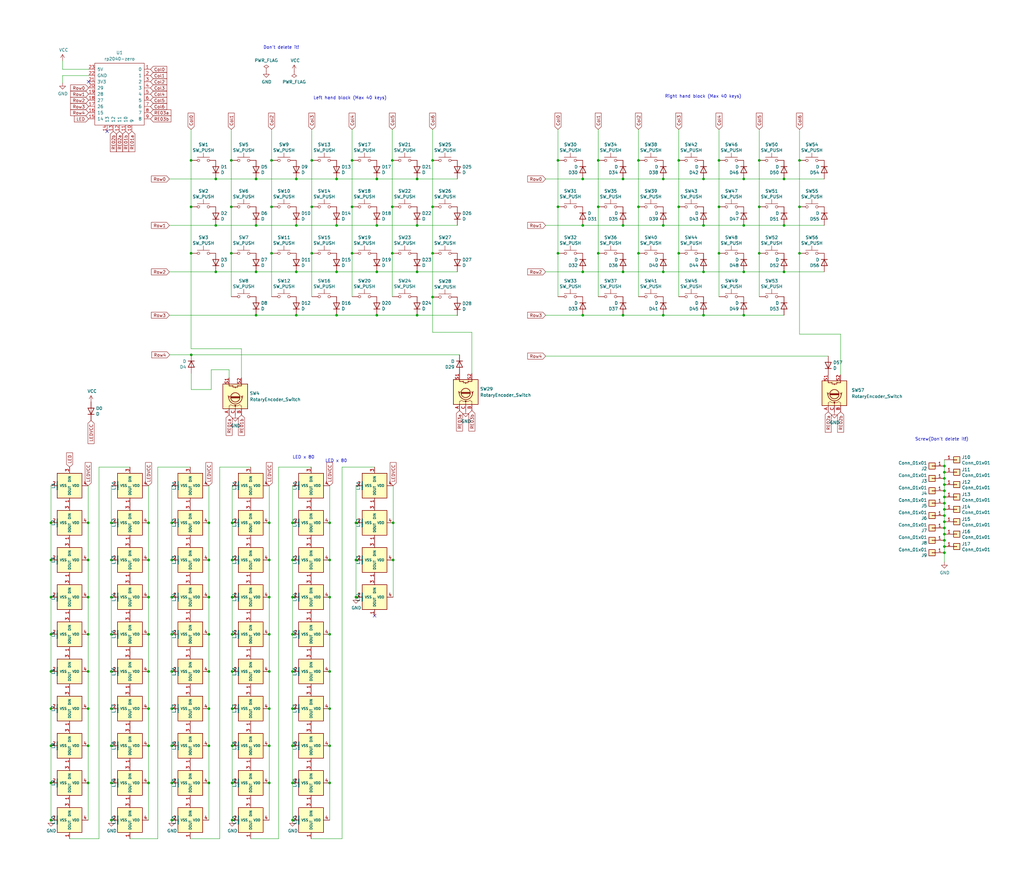
<source format=kicad_sch>
(kicad_sch (version 20230121) (generator eeschema)
  (paper "User" 419.989 360.045)
  (junction (at 144.399 103.886))
  (junction (at 160.909 84.836))
  (junction (at 135.2182 290.6324))
  (junction (at 228.854 84.8116))
  (junction (at 105.029 92.456))
  (junction (at 144.399 84.836))
  (junction (at 45.6832 229.6724))
  (junction (at 85.6882 244.9124))
  (junction (at 278.384 65.786))
  (junction (at 94.869 84.836))
  (junction (at 60.9232 275.3924))
  (junction (at 36.1582 244.9124))
  (junction (at 327.914 65.786))
  (junction (at 305.054 73.406))
  (junction (at 171.069 111.506))
  (junction (at 36.1582 214.4324))
  (junction (at 154.559 111.506))
  (junction (at 85.6882 229.6724))
  (junction (at 119.9782 275.3924))
  (junction (at 110.4532 244.9124))
  (junction (at 45.6832 275.3924))
  (junction (at 110.4532 214.4324))
  (junction (at 255.524 92.456))
  (junction (at 20.9182 214.4324))
  (junction (at 20.9182 260.1524))
  (junction (at 288.544 92.456))
  (junction (at 228.854 103.886))
  (junction (at 321.564 111.506))
  (junction (at 387.35 219.075))
  (junction (at 60.9232 260.1524))
  (junction (at 387.35 193.675))
  (junction (at 85.6882 214.4324))
  (junction (at 387.35 213.995))
  (junction (at 311.404 65.786))
  (junction (at 305.054 129.286))
  (junction (at 36.1582 305.8724))
  (junction (at 60.9232 214.4324))
  (junction (at 144.399 65.786))
  (junction (at 239.014 92.456))
  (junction (at 105.029 111.506))
  (junction (at 121.539 129.286))
  (junction (at 146.0132 244.9124))
  (junction (at 135.2182 260.1524))
  (junction (at 171.069 92.456))
  (junction (at 45.6832 290.6324))
  (junction (at 110.4532 305.8724))
  (junction (at 171.069 73.406))
  (junction (at 121.539 73.406))
  (junction (at 387.35 221.615))
  (junction (at 311.404 84.836))
  (junction (at 228.854 65.7848))
  (junction (at 387.35 216.535))
  (junction (at 239.014 111.506))
  (junction (at 111.379 103.886))
  (junction (at 70.4482 260.1524))
  (junction (at 110.4532 275.3924))
  (junction (at 88.519 111.506))
  (junction (at 177.419 84.836))
  (junction (at 95.2132 229.6724))
  (junction (at 85.6882 305.8724))
  (junction (at 88.519 73.406))
  (junction (at 70.4482 305.8724))
  (junction (at 161.2532 214.4324))
  (junction (at 387.35 196.215))
  (junction (at 119.9782 244.9124))
  (junction (at 138.049 73.406))
  (junction (at 305.054 92.456))
  (junction (at 387.35 206.375))
  (junction (at 20.9182 336.3524))
  (junction (at 288.544 73.406))
  (junction (at 60.9232 229.6724))
  (junction (at 45.6832 305.8724))
  (junction (at 20.9182 321.1124))
  (junction (at 111.379 65.786))
  (junction (at 177.419 121.8349))
  (junction (at 105.029 73.406))
  (junction (at 78.4425 145.542))
  (junction (at 119.9782 290.6324))
  (junction (at 85.6882 260.1524))
  (junction (at 45.6832 244.9124))
  (junction (at 95.2132 290.6324))
  (junction (at 255.524 129.286))
  (junction (at 321.564 73.406))
  (junction (at 135.2182 275.3924))
  (junction (at 272.034 73.406))
  (junction (at 327.914 103.886))
  (junction (at 154.559 92.456))
  (junction (at 70.4482 290.6324))
  (junction (at 36.1582 275.3924))
  (junction (at 36.1582 321.1124))
  (junction (at 387.35 224.155))
  (junction (at 261.874 103.886))
  (junction (at 171.069 129.286))
  (junction (at 127.889 84.836))
  (junction (at 138.049 92.456))
  (junction (at 387.35 198.755))
  (junction (at 78.359 84.836))
  (junction (at 36.1582 229.6724))
  (junction (at 272.034 111.506))
  (junction (at 146.0132 229.6724))
  (junction (at 20.9182 244.9124))
  (junction (at 387.35 226.695))
  (junction (at 95.2132 305.8724))
  (junction (at 327.914 84.836))
  (junction (at 272.034 92.456))
  (junction (at 60.9232 290.6324))
  (junction (at 95.2132 214.4324))
  (junction (at 85.6882 290.6324))
  (junction (at 121.539 92.456))
  (junction (at 20.9182 290.6324))
  (junction (at 78.359 65.786))
  (junction (at 288.544 111.506))
  (junction (at 135.2182 305.8724))
  (junction (at 70.4482 321.1124))
  (junction (at 110.4532 229.6724))
  (junction (at 36.1582 290.6324))
  (junction (at 127.889 65.786))
  (junction (at 94.869 65.786))
  (junction (at 36.1582 260.1524))
  (junction (at 294.894 103.886))
  (junction (at 94.869 103.886))
  (junction (at 261.874 84.836))
  (junction (at 119.9782 229.6724))
  (junction (at 135.2182 214.4324))
  (junction (at 387.35 208.915))
  (junction (at 161.2532 229.6724))
  (junction (at 70.4482 275.3924))
  (junction (at 245.364 84.836))
  (junction (at 70.4482 336.3524))
  (junction (at 45.6832 214.4324))
  (junction (at 245.364 103.886))
  (junction (at 272.034 129.286))
  (junction (at 45.6832 336.3524))
  (junction (at 154.559 129.286))
  (junction (at 121.539 111.506))
  (junction (at 119.9782 260.1524))
  (junction (at 20.9182 229.6724))
  (junction (at 60.9232 321.1124))
  (junction (at 95.2132 336.3524))
  (junction (at 138.049 129.286))
  (junction (at 60.9232 244.9124))
  (junction (at 135.2182 229.6724))
  (junction (at 110.4532 260.1524))
  (junction (at 146.0132 214.4324))
  (junction (at 95.2132 244.9124))
  (junction (at 135.2182 244.9124))
  (junction (at 45.6832 260.1524))
  (junction (at 20.9182 275.3924))
  (junction (at 111.379 84.836))
  (junction (at 45.6832 321.1124))
  (junction (at 119.9782 321.1124))
  (junction (at 88.519 92.456))
  (junction (at 278.384 103.886))
  (junction (at 261.874 65.786))
  (junction (at 311.404 103.886))
  (junction (at 160.909 103.886))
  (junction (at 177.419 65.786))
  (junction (at 110.4532 321.1124))
  (junction (at 70.4482 244.9124))
  (junction (at 278.384 84.836))
  (junction (at 387.35 203.835))
  (junction (at 135.2182 321.1124))
  (junction (at 387.35 211.455))
  (junction (at 119.9782 214.4324))
  (junction (at 288.544 129.286))
  (junction (at 70.4482 214.4324))
  (junction (at 138.049 111.506))
  (junction (at 305.054 111.506))
  (junction (at 177.419 103.886))
  (junction (at 85.6882 275.3924))
  (junction (at 160.909 65.786))
  (junction (at 127.889 103.886))
  (junction (at 387.35 191.135))
  (junction (at 119.9782 305.8724))
  (junction (at 110.4532 290.6324))
  (junction (at 321.564 92.456))
  (junction (at 70.4482 229.6724))
  (junction (at 95.2132 321.1124))
  (junction (at 119.9782 336.3524))
  (junction (at 78.359 103.886))
  (junction (at 294.894 84.836))
  (junction (at 245.364 65.786))
  (junction (at 95.2132 260.1524))
  (junction (at 239.014 73.406))
  (junction (at 85.6882 321.1124))
  (junction (at 95.2132 275.3924))
  (junction (at 60.9232 305.8724))
  (junction (at 105.029 129.286))
  (junction (at 387.35 201.295))
  (junction (at 154.559 73.406))
  (junction (at 255.524 111.506))
  (junction (at 294.894 65.786))
  (junction (at 20.9182 305.8724))
  (junction (at 239.014 129.286))
  (junction (at 255.524 73.406))
  (no_connect (at 153.6332 252.5324))
  (no_connect (at 36.322 33.528))
  (no_connect (at 43.942 53.848))
  (wire (pts (xy 387.35 213.995) (xy 387.35 216.535)))
  (wire (pts (xy 327.914 103.886) (xy 327.914 137.037)))
  (wire (pts (xy 294.894 84.836) (xy 294.894 103.886)))
  (wire (pts (xy 327.914 84.836) (xy 327.914 103.886)))
  (wire (pts (xy 387.35 191.135) (xy 387.35 193.675)))
  (wire (pts (xy 85.6882 229.6724) (xy 85.6882 244.9124)))
  (wire (pts (xy 36.1582 229.6724) (xy 36.1582 244.9124)))
  (wire (pts (xy 387.35 211.455) (xy 387.35 213.995)))
  (wire (pts (xy 144.399 84.836) (xy 144.399 103.886)))
  (wire (pts (xy 105.029 92.456) (xy 121.539 92.456)))
  (wire (pts (xy 86.614 159.766) (xy 86.614 151.638)))
  (wire (pts (xy 85.6882 305.8724) (xy 85.6882 321.1124)))
  (wire (pts (xy 146.0132 199.1924) (xy 146.0132 214.4324)))
  (wire (pts (xy 36.1582 214.4324) (xy 36.1582 229.6724)))
  (wire (pts (xy 20.9182 290.6324) (xy 20.9182 305.8724)))
  (wire (pts (xy 45.6832 199.1924) (xy 45.6832 214.4324)))
  (wire (pts (xy 177.419 53.086) (xy 177.419 65.786)))
  (wire (pts (xy 70.4482 275.3924) (xy 70.4482 290.6324)))
  (wire (pts (xy 110.4532 244.9124) (xy 110.4532 260.1524)))
  (wire (pts (xy 228.854 103.886) (xy 228.854 121.666)))
  (wire (pts (xy 272.034 111.506) (xy 288.544 111.506)))
  (wire (pts (xy 305.054 92.456) (xy 321.564 92.456)))
  (wire (pts (xy 344.7692 137.037) (xy 344.7692 153.67)))
  (wire (pts (xy 36.1582 290.6324) (xy 36.1582 305.8724)))
  (wire (pts (xy 20.9182 321.1124) (xy 20.9182 336.3524)))
  (wire (pts (xy 135.2182 229.6724) (xy 135.2182 244.9124)))
  (wire (pts (xy 160.909 65.786) (xy 160.909 84.836)))
  (wire (pts (xy 144.399 103.886) (xy 144.399 121.666)))
  (wire (pts (xy 45.6832 244.9124) (xy 45.6832 260.1524)))
  (wire (pts (xy 36.1582 244.9124) (xy 36.1582 260.1524)))
  (wire (pts (xy 177.419 136.3111) (xy 193.548 136.3111)))
  (wire (pts (xy 177.419 103.886) (xy 177.419 121.8349)))
  (wire (pts (xy 146.0132 229.6724) (xy 146.0132 244.9124)))
  (wire (pts (xy 119.9782 275.3924) (xy 119.9782 290.6324)))
  (wire (pts (xy 60.9232 321.1124) (xy 60.9232 336.3524)))
  (wire (pts (xy 387.35 196.215) (xy 387.35 198.755)))
  (wire (pts (xy 278.384 84.836) (xy 278.384 103.886)))
  (wire (pts (xy 387.35 201.295) (xy 387.35 203.835)))
  (wire (pts (xy 20.9182 260.1524) (xy 20.9182 275.3924)))
  (wire (pts (xy 278.384 53.086) (xy 278.384 65.786)))
  (wire (pts (xy 171.069 129.286) (xy 187.579 129.286)))
  (wire (pts (xy 20.9182 244.9124) (xy 20.9182 260.1524)))
  (wire (pts (xy 28.5382 343.9724) (xy 40.6032 343.9724)))
  (wire (pts (xy 154.559 129.286) (xy 171.069 129.286)))
  (wire (pts (xy 327.914 53.086) (xy 327.914 65.786)))
  (wire (pts (xy 78.4425 153.162) (xy 78.4425 159.766)))
  (wire (pts (xy 255.524 92.456) (xy 272.034 92.456)))
  (wire (pts (xy 95.2132 275.3924) (xy 95.2132 290.6324)))
  (wire (pts (xy 154.559 73.406) (xy 171.069 73.406)))
  (wire (pts (xy 85.6882 321.1124) (xy 85.6882 336.3524)))
  (wire (pts (xy 135.2182 214.4324) (xy 135.2182 229.6724)))
  (wire (pts (xy 36.322 28.448) (xy 25.654 28.448)))
  (wire (pts (xy 239.014 129.286) (xy 255.524 129.286)))
  (wire (pts (xy 88.519 111.506) (xy 69.469 111.506)))
  (wire (pts (xy 121.539 111.506) (xy 138.049 111.506)))
  (wire (pts (xy 121.539 129.286) (xy 138.049 129.286)))
  (wire (pts (xy 78.4425 159.766) (xy 86.614 159.766)))
  (wire (pts (xy 119.9782 321.1124) (xy 119.9782 336.3524)))
  (wire (pts (xy 88.519 92.456) (xy 105.029 92.456)))
  (wire (pts (xy 95.2132 199.1924) (xy 95.2132 214.4324)))
  (wire (pts (xy 78.359 84.836) (xy 78.359 103.886)))
  (wire (pts (xy 387.35 206.375) (xy 387.35 208.915)))
  (wire (pts (xy 171.069 92.456) (xy 187.579 92.456)))
  (wire (pts (xy 95.2132 229.6724) (xy 95.2132 244.9124)))
  (wire (pts (xy 288.544 129.286) (xy 305.054 129.286)))
  (wire (pts (xy 127.889 53.086) (xy 127.889 65.786)))
  (wire (pts (xy 144.399 65.786) (xy 144.399 84.836)))
  (wire (pts (xy 261.874 103.886) (xy 261.874 121.666)))
  (wire (pts (xy 171.069 73.406) (xy 187.579 73.406)))
  (wire (pts (xy 305.054 73.406) (xy 321.564 73.406)))
  (wire (pts (xy 110.4532 199.1924) (xy 110.4532 214.4324)))
  (wire (pts (xy 387.35 203.835) (xy 387.35 206.375)))
  (wire (pts (xy 161.2532 199.1924) (xy 161.2532 214.4324)))
  (wire (pts (xy 95.2132 260.1524) (xy 95.2132 275.3924)))
  (wire (pts (xy 60.9232 305.8724) (xy 60.9232 321.1124)))
  (wire (pts (xy 121.539 92.456) (xy 138.049 92.456)))
  (wire (pts (xy 85.6882 260.1524) (xy 85.6882 275.3924)))
  (wire (pts (xy 239.014 73.406) (xy 255.524 73.406)))
  (wire (pts (xy 114.2632 343.9724) (xy 114.2632 191.5724)))
  (wire (pts (xy 36.322 30.988) (xy 25.654 30.988)))
  (wire (pts (xy 288.544 111.506) (xy 305.054 111.506)))
  (wire (pts (xy 40.6032 191.5724) (xy 53.3032 191.5724)))
  (wire (pts (xy 135.2182 244.9124) (xy 135.2182 260.1524)))
  (wire (pts (xy 138.049 73.406) (xy 154.559 73.406)))
  (wire (pts (xy 387.35 208.915) (xy 387.35 211.455)))
  (wire (pts (xy 45.6832 321.1124) (xy 45.6832 336.3524)))
  (wire (pts (xy 140.2982 343.9724) (xy 140.2982 191.5724)))
  (wire (pts (xy 245.364 65.786) (xy 245.364 84.836)))
  (wire (pts (xy 93.9613 151.638) (xy 93.9613 154.9678)))
  (wire (pts (xy 85.6882 199.1924) (xy 85.6882 214.4324)))
  (wire (pts (xy 223.774 146.05) (xy 339.6892 146.05)))
  (wire (pts (xy 88.519 73.406) (xy 69.469 73.406)))
  (wire (pts (xy 135.2182 260.1524) (xy 135.2182 275.3924)))
  (wire (pts (xy 161.2532 214.4324) (xy 161.2532 229.6724)))
  (wire (pts (xy 387.35 224.155) (xy 387.35 226.695)))
  (wire (pts (xy 110.4532 321.1124) (xy 110.4532 336.3524)))
  (wire (pts (xy 94.869 84.836) (xy 94.869 103.886)))
  (wire (pts (xy 60.9232 275.3924) (xy 60.9232 290.6324)))
  (wire (pts (xy 135.2182 199.1924) (xy 135.2182 214.4324)))
  (wire (pts (xy 70.4482 321.1124) (xy 70.4482 336.3524)))
  (wire (pts (xy 144.399 53.086) (xy 144.399 65.786)))
  (wire (pts (xy 161.2532 229.6724) (xy 161.2532 244.9124)))
  (wire (pts (xy 25.654 28.448) (xy 25.654 24.892)))
  (wire (pts (xy 138.049 92.456) (xy 154.559 92.456)))
  (wire (pts (xy 88.519 92.456) (xy 69.469 92.456)))
  (wire (pts (xy 94.869 65.786) (xy 94.869 84.836)))
  (wire (pts (xy 288.544 92.456) (xy 305.054 92.456)))
  (wire (pts (xy 121.539 73.406) (xy 138.049 73.406)))
  (wire (pts (xy 70.4482 290.6324) (xy 70.4482 305.8724)))
  (wire (pts (xy 138.049 111.506) (xy 154.559 111.506)))
  (wire (pts (xy 20.9182 305.8724) (xy 20.9182 321.1124)))
  (wire (pts (xy 111.379 103.886) (xy 111.379 121.666)))
  (wire (pts (xy 53.3032 343.9724) (xy 64.7332 343.9724)))
  (wire (pts (xy 78.359 53.086) (xy 78.359 65.786)))
  (wire (pts (xy 111.379 65.786) (xy 111.379 84.836)))
  (wire (pts (xy 105.029 111.506) (xy 121.539 111.506)))
  (wire (pts (xy 78.0682 343.9724) (xy 90.1332 343.9724)))
  (wire (pts (xy 70.4482 244.9124) (xy 70.4482 260.1524)))
  (wire (pts (xy 228.854 84.8116) (xy 228.854 103.886)))
  (wire (pts (xy 311.404 84.836) (xy 311.404 103.886)))
  (wire (pts (xy 272.034 129.286) (xy 288.544 129.286)))
  (wire (pts (xy 387.35 193.675) (xy 387.35 196.215)))
  (wire (pts (xy 177.419 84.836) (xy 177.419 103.886)))
  (wire (pts (xy 105.029 129.286) (xy 121.539 129.286)))
  (wire (pts (xy 305.054 111.506) (xy 321.564 111.506)))
  (wire (pts (xy 327.914 65.786) (xy 327.914 84.836)))
  (wire (pts (xy 60.9232 260.1524) (xy 60.9232 275.3924)))
  (wire (pts (xy 321.564 111.506) (xy 338.074 111.506)))
  (wire (pts (xy 127.5982 343.9724) (xy 140.2982 343.9724)))
  (wire (pts (xy 45.6832 275.3924) (xy 45.6832 290.6324)))
  (wire (pts (xy 245.364 103.886) (xy 245.364 121.666)))
  (wire (pts (xy 114.2632 191.5724) (xy 127.5982 191.5724)))
  (wire (pts (xy 171.069 111.506) (xy 187.579 111.506)))
  (wire (pts (xy 255.524 73.406) (xy 272.034 73.406)))
  (wire (pts (xy 70.4482 214.4324) (xy 70.4482 229.6724)))
  (wire (pts (xy 140.2982 191.5724) (xy 153.6332 191.5724)))
  (wire (pts (xy 90.1332 343.9724) (xy 90.1332 191.5724)))
  (wire (pts (xy 78.359 103.886) (xy 78.359 143.0059)))
  (wire (pts (xy 69.469 129.286) (xy 105.029 129.286)))
  (wire (pts (xy 85.6882 290.6324) (xy 85.6882 305.8724)))
  (wire (pts (xy 36.1582 275.3924) (xy 36.1582 290.6324)))
  (wire (pts (xy 60.9232 214.4324) (xy 60.9232 229.6724)))
  (wire (pts (xy 294.894 53.086) (xy 294.894 65.786)))
  (wire (pts (xy 228.854 65.7848) (xy 228.854 84.8116)))
  (wire (pts (xy 387.35 219.075) (xy 387.35 221.615)))
  (wire (pts (xy 45.6832 290.6324) (xy 45.6832 305.8724)))
  (wire (pts (xy 193.548 136.3111) (xy 193.548 153.162)))
  (wire (pts (xy 78.359 65.786) (xy 78.359 84.836)))
  (wire (pts (xy 70.4482 260.1524) (xy 70.4482 275.3924)))
  (wire (pts (xy 20.9182 275.3924) (xy 20.9182 290.6324)))
  (wire (pts (xy 99.0413 143.0059) (xy 99.0413 154.9678)))
  (wire (pts (xy 70.4482 229.6724) (xy 70.4482 244.9124)))
  (wire (pts (xy 154.559 92.456) (xy 171.069 92.456)))
  (wire (pts (xy 110.4532 214.4324) (xy 110.4532 229.6724)))
  (wire (pts (xy 311.404 103.886) (xy 311.404 121.666)))
  (wire (pts (xy 110.4532 305.8724) (xy 110.4532 321.1124)))
  (wire (pts (xy 94.869 103.886) (xy 94.869 121.666)))
  (wire (pts (xy 40.6032 343.9724) (xy 40.6032 191.5724)))
  (wire (pts (xy 239.014 73.406) (xy 239.014 73.4048)))
  (wire (pts (xy 261.874 65.786) (xy 261.874 84.836)))
  (wire (pts (xy 36.1582 305.8724) (xy 36.1582 321.1124)))
  (wire (pts (xy 60.9232 244.9124) (xy 60.9232 260.1524)))
  (wire (pts (xy 311.404 53.086) (xy 311.404 65.786)))
  (wire (pts (xy 127.889 103.886) (xy 127.889 121.666)))
  (wire (pts (xy 78.4425 145.542) (xy 188.468 145.542)))
  (wire (pts (xy 119.9782 214.4324) (xy 119.9782 229.6724)))
  (wire (pts (xy 387.35 216.535) (xy 387.35 219.075)))
  (wire (pts (xy 94.869 53.086) (xy 94.869 65.786)))
  (wire (pts (xy 64.7332 343.9724) (xy 64.7332 191.5724)))
  (wire (pts (xy 154.559 111.506) (xy 171.069 111.506)))
  (wire (pts (xy 261.874 53.086) (xy 261.874 65.786)))
  (wire (pts (xy 88.519 111.506) (xy 105.029 111.506)))
  (wire (pts (xy 85.6882 214.4324) (xy 85.6882 229.6724)))
  (wire (pts (xy 60.9232 290.6324) (xy 60.9232 305.8724)))
  (wire (pts (xy 95.2132 214.4324) (xy 95.2132 229.6724)))
  (wire (pts (xy 387.35 198.755) (xy 387.35 201.295)))
  (wire (pts (xy 294.894 65.786) (xy 294.894 84.836)))
  (wire (pts (xy 111.379 84.836) (xy 111.379 103.886)))
  (wire (pts (xy 110.4532 229.6724) (xy 110.4532 244.9124)))
  (wire (pts (xy 119.9782 305.8724) (xy 119.9782 321.1124)))
  (wire (pts (xy 387.35 188.595) (xy 387.35 191.135)))
  (wire (pts (xy 245.364 84.836) (xy 245.364 103.886)))
  (wire (pts (xy 255.524 111.506) (xy 272.034 111.506)))
  (wire (pts (xy 111.379 53.086) (xy 111.379 65.786)))
  (wire (pts (xy 105.029 73.406) (xy 121.539 73.406)))
  (wire (pts (xy 70.4482 305.8724) (xy 70.4482 321.1124)))
  (wire (pts (xy 119.9782 260.1524) (xy 119.9782 275.3924)))
  (wire (pts (xy 36.1582 260.1524) (xy 36.1582 275.3924)))
  (wire (pts (xy 177.419 121.8349) (xy 177.419 136.3111)))
  (wire (pts (xy 45.6832 260.1524) (xy 45.6832 275.3924)))
  (wire (pts (xy 223.774 129.286) (xy 239.014 129.286)))
  (wire (pts (xy 60.9232 229.6724) (xy 60.9232 244.9124)))
  (wire (pts (xy 278.384 65.786) (xy 278.384 84.836)))
  (wire (pts (xy 160.909 103.886) (xy 160.909 121.666)))
  (wire (pts (xy 135.2182 275.3924) (xy 135.2182 290.6324)))
  (wire (pts (xy 110.4532 260.1524) (xy 110.4532 275.3924)))
  (wire (pts (xy 45.6832 305.8724) (xy 45.6832 321.1124)))
  (wire (pts (xy 288.544 73.406) (xy 305.054 73.406)))
  (wire (pts (xy 135.2182 321.1124) (xy 135.2182 336.3524)))
  (wire (pts (xy 127.889 65.786) (xy 127.889 84.836)))
  (wire (pts (xy 95.2132 244.9124) (xy 95.2132 260.1524)))
  (wire (pts (xy 321.564 92.456) (xy 338.074 92.456)))
  (wire (pts (xy 160.909 84.836) (xy 160.909 103.886)))
  (wire (pts (xy 387.35 226.695) (xy 387.35 230.505)))
  (wire (pts (xy 78.4425 145.542) (xy 69.596 145.542)))
  (wire (pts (xy 311.404 65.786) (xy 311.404 84.836)))
  (wire (pts (xy 90.1332 191.5724) (xy 102.8332 191.5724)))
  (wire (pts (xy 110.4532 290.6324) (xy 110.4532 305.8724)))
  (wire (pts (xy 305.054 129.286) (xy 321.564 129.286)))
  (wire (pts (xy 70.4482 199.1924) (xy 70.4482 214.4324)))
  (wire (pts (xy 20.9182 199.1924) (xy 20.9182 214.4324)))
  (wire (pts (xy 102.8332 343.9724) (xy 114.2632 343.9724)))
  (wire (pts (xy 239.014 92.456) (xy 239.014 92.4316)))
  (wire (pts (xy 294.894 103.886) (xy 294.894 121.666)))
  (wire (pts (xy 160.909 53.086) (xy 160.909 65.786)))
  (wire (pts (xy 387.35 221.615) (xy 387.35 224.155)))
  (wire (pts (xy 223.774 92.456) (xy 239.014 92.456)))
  (wire (pts (xy 85.6882 275.3924) (xy 85.6882 290.6324)))
  (wire (pts (xy 223.774 73.406) (xy 239.014 73.406)))
  (wire (pts (xy 78.359 143.0059) (xy 99.0413 143.0059)))
  (wire (pts (xy 25.654 30.988) (xy 25.654 34.036)))
  (wire (pts (xy 95.2132 321.1124) (xy 95.2132 336.3524)))
  (wire (pts (xy 255.524 129.286) (xy 272.034 129.286)))
  (wire (pts (xy 36.1582 199.1924) (xy 36.1582 214.4324)))
  (wire (pts (xy 20.9182 214.4324) (xy 20.9182 229.6724)))
  (wire (pts (xy 228.854 53.086) (xy 228.854 65.7848)))
  (wire (pts (xy 146.0132 214.4324) (xy 146.0132 229.6724)))
  (wire (pts (xy 119.9782 229.6724) (xy 119.9782 244.9124)))
  (wire (pts (xy 119.9782 244.9124) (xy 119.9782 260.1524)))
  (wire (pts (xy 245.364 53.086) (xy 245.364 65.786)))
  (wire (pts (xy 95.2132 305.8724) (xy 95.2132 321.1124)))
  (wire (pts (xy 110.4532 275.3924) (xy 110.4532 290.6324)))
  (wire (pts (xy 86.614 151.638) (xy 93.9613 151.638)))
  (wire (pts (xy 119.9782 290.6324) (xy 119.9782 305.8724)))
  (wire (pts (xy 64.7332 191.5724) (xy 78.0682 191.5724)))
  (wire (pts (xy 88.519 73.406) (xy 105.029 73.406)))
  (wire (pts (xy 278.384 103.886) (xy 278.384 121.666)))
  (wire (pts (xy 239.014 92.456) (xy 255.524 92.456)))
  (wire (pts (xy 85.6882 244.9124) (xy 85.6882 260.1524)))
  (wire (pts (xy 60.9232 199.1924) (xy 60.9232 214.4324)))
  (wire (pts (xy 45.6832 214.4324) (xy 45.6832 229.6724)))
  (wire (pts (xy 36.1582 321.1124) (xy 36.1582 336.3524)))
  (wire (pts (xy 135.2182 305.8724) (xy 135.2182 321.1124)))
  (wire (pts (xy 239.014 111.506) (xy 255.524 111.506)))
  (wire (pts (xy 119.9782 199.1924) (xy 119.9782 214.4324)))
  (wire (pts (xy 138.049 129.286) (xy 154.559 129.286)))
  (wire (pts (xy 272.034 92.456) (xy 288.544 92.456)))
  (wire (pts (xy 127.889 84.836) (xy 127.889 103.886)))
  (wire (pts (xy 223.774 111.506) (xy 239.014 111.506)))
  (wire (pts (xy 95.2132 290.6324) (xy 95.2132 305.8724)))
  (wire (pts (xy 261.874 84.836) (xy 261.874 103.886)))
  (wire (pts (xy 45.6832 229.6724) (xy 45.6832 244.9124)))
  (wire (pts (xy 187.579 129.286) (xy 187.579 129.4549)))
  (wire (pts (xy 327.914 137.037) (xy 344.7692 137.037)))
  (wire (pts (xy 177.419 65.786) (xy 177.419 84.836)))
  (wire (pts (xy 135.2182 290.6324) (xy 135.2182 305.8724)))
  (wire (pts (xy 321.564 73.406) (xy 338.074 73.406)))
  (wire (pts (xy 272.034 73.406) (xy 288.544 73.406)))
  (wire (pts (xy 20.9182 229.6724) (xy 20.9182 244.9124)))
  (text "LED x 80" (at 119.9782 188.3974 0) (effects (font (size 1.27 1.27)) (justify left bottom)))
  (text "Left hand block (Max 40 keys)" (at 128.524 41.021 0) (effects (font (size 1.27 1.27)) (justify left bottom)))
  (text "Screw(Don't delete it!)" (at 375.285 180.975 0) (effects (font (size 1.27 1.27)) (justify left bottom)))
  (text "LED x 80" (at 133.35 189.865 0) (effects (font (size 1.27 1.27)) (justify left bottom)))
  (text "Don't delete it!" (at 107.95 20.32 0) (effects (font (size 1.27 1.27)) (justify left bottom)))
  (text "Right hand block (Max 40 keys)" (at 272.669 40.386 0) (effects (font (size 1.27 1.27)) (justify left bottom)))
  (global_label "Row1" (shape input) (at 69.469 92.456 180) (property "Intersheetrefs" "${INTERSHEET_REFS}" (effects hide)))
  (global_label "Col3" (shape input) (at 61.722 36.068 0) (property "Intersheetrefs" "${INTERSHEET_REFS}" (effects hide)))
  (global_label "Col3" (shape input) (at 278.384 53.086 90) (property "Intersheetrefs" "${INTERSHEET_REFS}" (effects hide)))
  (global_label "Row0" (shape input) (at 69.469 73.406 180) (property "Intersheetrefs" "${INTERSHEET_REFS}" (effects hide)))
  (global_label "LEDVCC" (shape input) (at 36.1582 199.1924 90) (property "Intersheetrefs" "${INTERSHEET_REFS}" (effects hide)))
  (global_label "Col0" (shape input) (at 61.722 28.448 0) (property "Intersheetrefs" "${INTERSHEET_REFS}" (effects hide)))
  (global_label "Col0" (shape input) (at 78.359 53.086 90) (property "Intersheetrefs" "${INTERSHEET_REFS}" (effects hide)))
  (global_label "Col5" (shape input) (at 61.722 41.148 0) (property "Intersheetrefs" "${INTERSHEET_REFS}" (effects hide)))
  (global_label "RE03a" (shape input) (at 61.722 46.228 0) (property "Intersheetrefs" "${INTERSHEET_REFS}" (effects hide)))
  (global_label "LEDVCC" (shape input) (at 37.338 172.466 270) (property "Intersheetrefs" "${INTERSHEET_REFS}" (effects hide)))
  (global_label "Row4" (shape input) (at 36.322 46.228 180) (property "Intersheetrefs" "${INTERSHEET_REFS}" (effects hide)))
  (global_label "Col4" (shape input) (at 61.722 38.608 0) (property "Intersheetrefs" "${INTERSHEET_REFS}" (effects hide)))
  (global_label "Row0" (shape input) (at 223.774 73.406 180) (property "Intersheetrefs" "${INTERSHEET_REFS}" (effects hide)))
  (global_label "RE01b" (shape input) (at 99.0413 170.2078 270) (property "Intersheetrefs" "${INTERSHEET_REFS}" (effects hide)))
  (global_label "Col6" (shape input) (at 327.914 53.086 90) (property "Intersheetrefs" "${INTERSHEET_REFS}" (effects hide)))
  (global_label "Row3" (shape input) (at 36.322 43.688 180) (property "Intersheetrefs" "${INTERSHEET_REFS}" (effects hide)))
  (global_label "RE02b" (shape input) (at 46.482 53.848 270) (property "Intersheetrefs" "${INTERSHEET_REFS}" (effects hide)))
  (global_label "Col2" (shape input) (at 61.722 33.528 0) (property "Intersheetrefs" "${INTERSHEET_REFS}" (effects hide)))
  (global_label "Col1" (shape input) (at 94.869 53.086 90) (property "Intersheetrefs" "${INTERSHEET_REFS}" (effects hide)))
  (global_label "LED" (shape input) (at 36.322 48.768 180) (property "Intersheetrefs" "${INTERSHEET_REFS}" (effects hide)))
  (global_label "LED" (shape input) (at 28.5382 191.5724 90) (property "Intersheetrefs" "${INTERSHEET_REFS}" (effects hide)))
  (global_label "RE02a" (shape input) (at 49.022 53.848 270) (property "Intersheetrefs" "${INTERSHEET_REFS}" (effects hide)))
  (global_label "Col0" (shape input) (at 228.854 53.086 90) (property "Intersheetrefs" "${INTERSHEET_REFS}" (effects hide)))
  (global_label "LEDVCC" (shape input) (at 85.6882 199.1924 90) (property "Intersheetrefs" "${INTERSHEET_REFS}" (effects hide)))
  (global_label "RE02a" (shape input) (at 339.6892 168.91 270) (property "Intersheetrefs" "${INTERSHEET_REFS}" (effects hide)))
  (global_label "Col2" (shape input) (at 111.379 53.086 90) (property "Intersheetrefs" "${INTERSHEET_REFS}" (effects hide)))
  (global_label "LEDVCC" (shape input) (at 135.2182 199.1924 90) (property "Intersheetrefs" "${INTERSHEET_REFS}" (effects hide)))
  (global_label "LEDVCC" (shape input) (at 110.4532 199.1924 90) (property "Intersheetrefs" "${INTERSHEET_REFS}" (effects hide)))
  (global_label "Col5" (shape input) (at 311.404 53.086 90) (property "Intersheetrefs" "${INTERSHEET_REFS}" (effects hide)))
  (global_label "Row3" (shape input) (at 69.469 129.286 180) (property "Intersheetrefs" "${INTERSHEET_REFS}" (effects hide)))
  (global_label "RE03a" (shape input) (at 188.468 168.402 270) (property "Intersheetrefs" "${INTERSHEET_REFS}" (effects hide)))
  (global_label "LEDVCC" (shape input) (at 60.9232 199.1924 90) (property "Intersheetrefs" "${INTERSHEET_REFS}" (effects hide)))
  (global_label "Row0" (shape input) (at 36.322 36.068 180) (property "Intersheetrefs" "${INTERSHEET_REFS}" (effects hide)))
  (global_label "RE01b" (shape input) (at 51.562 53.848 270) (property "Intersheetrefs" "${INTERSHEET_REFS}" (effects hide)))
  (global_label "Col1" (shape input) (at 61.722 30.988 0) (property "Intersheetrefs" "${INTERSHEET_REFS}" (effects hide)))
  (global_label "RE03b" (shape input) (at 61.722 48.768 0) (property "Intersheetrefs" "${INTERSHEET_REFS}" (effects hide)))
  (global_label "Row2" (shape input) (at 36.322 41.148 180) (property "Intersheetrefs" "${INTERSHEET_REFS}" (effects hide)))
  (global_label "Col3" (shape input) (at 127.889 53.086 90) (property "Intersheetrefs" "${INTERSHEET_REFS}" (effects hide)))
  (global_label "Col5" (shape input) (at 160.909 53.086 90) (property "Intersheetrefs" "${INTERSHEET_REFS}" (effects hide)))
  (global_label "Col4" (shape input) (at 294.894 53.086 90) (property "Intersheetrefs" "${INTERSHEET_REFS}" (effects hide)))
  (global_label "Row2" (shape input) (at 69.469 111.506 180) (property "Intersheetrefs" "${INTERSHEET_REFS}" (effects hide)))
  (global_label "Row4" (shape input) (at 223.774 146.05 180) (property "Intersheetrefs" "${INTERSHEET_REFS}" (effects hide)))
  (global_label "Col4" (shape input) (at 144.399 53.086 90) (property "Intersheetrefs" "${INTERSHEET_REFS}" (effects hide)))
  (global_label "Row2" (shape input) (at 223.774 111.506 180) (property "Intersheetrefs" "${INTERSHEET_REFS}" (effects hide)))
  (global_label "RE01a" (shape input) (at 93.9613 170.2078 270) (property "Intersheetrefs" "${INTERSHEET_REFS}" (effects hide)))
  (global_label "LEDVCC" (shape input) (at 161.2532 199.1924 90) (property "Intersheetrefs" "${INTERSHEET_REFS}" (effects hide)))
  (global_label "RE03b" (shape input) (at 193.548 168.402 270) (property "Intersheetrefs" "${INTERSHEET_REFS}" (effects hide)))
  (global_label "Row1" (shape input) (at 36.322 38.608 180) (property "Intersheetrefs" "${INTERSHEET_REFS}" (effects hide)))
  (global_label "RE02b" (shape input) (at 344.7692 168.91 270) (property "Intersheetrefs" "${INTERSHEET_REFS}" (effects hide)))
  (global_label "Col2" (shape input) (at 261.874 53.086 90) (property "Intersheetrefs" "${INTERSHEET_REFS}" (effects hide)))
  (global_label "Row4" (shape input) (at 69.596 145.542 180) (property "Intersheetrefs" "${INTERSHEET_REFS}" (effects hide)))
  (global_label "Col6" (shape input) (at 177.419 53.086 90) (property "Intersheetrefs" "${INTERSHEET_REFS}" (effects hide)))
  (global_label "Row1" (shape input) (at 223.774 92.456 180) (property "Intersheetrefs" "${INTERSHEET_REFS}" (effects hide)))
  (global_label "Row3" (shape input) (at 223.774 129.286 180) (property "Intersheetrefs" "${INTERSHEET_REFS}" (effects hide)))
  (global_label "Col1" (shape input) (at 245.364 53.086 90) (property "Intersheetrefs" "${INTERSHEET_REFS}" (effects hide)))
  (global_label "Col6" (shape input) (at 61.722 43.688 0) (property "Intersheetrefs" "${INTERSHEET_REFS}" (effects hide)))
  (global_label "RE01a" (shape input) (at 54.102 53.848 270) (property "Intersheetrefs" "${INTERSHEET_REFS}" (effects hide)))
  (symbol (lib_id "power:PWR_FLAG") (at 109.22 29.21 0) (unit 1)
    (property "Reference" "#FLG01" (effects hide))
    (property "Value" "PWR_FLAG" (at 109.22 24.7904 0))
  )
  (symbol (lib_id "power:PWR_FLAG") (at 120.65 29.21 180) (unit 1)
    (property "Reference" "#FLG02" (effects hide))
    (property "Value" "PWR_FLAG" (at 120.65 33.6042 0))
  )
  (symbol (lib_id "power:GND") (at 109.22 29.21 0) (unit 1)
    (property "Reference" "#PWR010" (effects hide))
    (property "Value" "GND" (at 109.347 33.6042 0))
  )
  (symbol (lib_id "power:VCC") (at 120.65 29.21 0) (unit 1)
    (property "Reference" "#PWR012" (effects hide))
    (property "Value" "VCC" (at 121.0818 24.8158 0))
  )
  (symbol (lib_id "Switch:SW_Push") (at 99.949 65.786 0) (unit 1)
    (property "Reference" "SW5" (at 99.949 59.309 0))
    (property "Value" "SW_PUSH" (at 99.949 61.6204 0))
    (property "Footprint" "kbd_SW:CherryMX_Hotswap_1u" (effects hide))
  )
  (symbol (lib_id "Switch:SW_Push") (at 83.439 65.786 0) (unit 1)
    (property "Reference" "SW1" (at 83.439 59.309 0))
    (property "Value" "SW_PUSH" (at 83.439 61.6204 0))
    (property "Footprint" "kbd_SW:CherryMX_Hotswap_1u" (effects hide))
  )
  (symbol (lib_id "Switch:SW_Push") (at 83.439 84.836 0) (unit 1)
    (property "Reference" "SW2" (at 83.439 78.359 0))
    (property "Value" "SW_PUSH" (at 83.439 80.6704 0))
    (property "Footprint" "kbd_SW:CherryMX_Hotswap_1.25u" (effects hide))
  )
  (symbol (lib_id "Switch:SW_Push") (at 99.949 84.836 0) (unit 1)
    (property "Reference" "SW6" (at 99.949 78.359 0))
    (property "Value" "SW_PUSH" (at 99.949 80.6704 0))
    (property "Footprint" "kbd_SW:CherryMX_Hotswap_1u" (effects hide))
  )
  (symbol (lib_id "Device:D") (at 88.519 69.596 90) (unit 1)
    (property "Reference" "D1" (at 90.5256 68.4276 90) (effects (justify right)))
    (property "Value" "D" (at 90.5256 70.739 90) (effects (justify right)))
    (property "Footprint" "kbd_Parts:Diode_SMD" (effects hide))
  )
  (symbol (lib_id "Device:D") (at 105.029 69.596 90) (unit 1)
    (property "Reference" "D5" (at 107.0356 68.4276 90) (effects (justify right)))
    (property "Value" "D" (at 107.0356 70.739 90) (effects (justify right)))
    (property "Footprint" "kbd_Parts:Diode_SMD" (effects hide))
  )
  (symbol (lib_id "Device:D") (at 105.029 88.646 90) (unit 1)
    (property "Reference" "D6" (at 107.0356 87.4776 90) (effects (justify right)))
    (property "Value" "D" (at 107.0356 89.789 90) (effects (justify right)))
    (property "Footprint" "kbd_Parts:Diode_SMD" (effects hide))
  )
  (symbol (lib_id "Device:D") (at 88.519 88.646 90) (unit 1)
    (property "Reference" "D2" (at 90.5256 87.4776 90) (effects (justify right)))
    (property "Value" "D" (at 90.5256 89.789 90) (effects (justify right)))
    (property "Footprint" "kbd_Parts:Diode_SMD" (effects hide))
  )
  (symbol (lib_id "Switch:SW_Push") (at 132.969 65.786 0) (unit 1)
    (property "Reference" "SW13" (at 132.969 59.309 0))
    (property "Value" "SW_PUSH" (at 132.969 61.6204 0))
    (property "Footprint" "kbd_SW:CherryMX_Hotswap_1u" (effects hide))
  )
  (symbol (lib_id "Switch:SW_Push") (at 149.479 65.786 0) (unit 1)
    (property "Reference" "SW17" (at 149.479 59.309 0))
    (property "Value" "SW_PUSH" (at 149.479 61.6204 0))
    (property "Footprint" "kbd_SW:CherryMX_Hotswap_1u" (effects hide))
  )
  (symbol (lib_id "Switch:SW_Push") (at 165.989 65.786 0) (unit 1)
    (property "Reference" "SW21" (at 165.989 59.309 0))
    (property "Value" "SW_PUSH" (at 165.989 61.6204 0))
    (property "Footprint" "kbd_SW:CherryMX_Hotswap_1u" (effects hide))
  )
  (symbol (lib_id "Switch:SW_Push") (at 116.459 65.786 0) (unit 1)
    (property "Reference" "SW9" (at 116.459 59.309 0))
    (property "Value" "SW_PUSH" (at 116.459 61.6204 0))
    (property "Footprint" "kbd_SW:CherryMX_Hotswap_1u" (effects hide))
  )
  (symbol (lib_id "Switch:SW_Push") (at 132.969 103.886 0) (unit 1)
    (property "Reference" "SW15" (at 132.969 97.409 0))
    (property "Value" "SW_PUSH" (at 132.969 99.7204 0))
    (property "Footprint" "kbd_SW:CherryMX_Hotswap_1u" (effects hide))
  )
  (symbol (lib_id "Switch:SW_Push") (at 132.969 84.836 0) (unit 1)
    (property "Reference" "SW14" (at 132.969 78.359 0))
    (property "Value" "SW_PUSH" (at 132.969 80.6704 0))
    (property "Footprint" "kbd_SW:CherryMX_Hotswap_1u" (effects hide))
  )
  (symbol (lib_id "Switch:SW_Push") (at 149.479 84.836 0) (unit 1)
    (property "Reference" "SW18" (at 149.479 78.359 0))
    (property "Value" "SW_PUSH" (at 149.479 80.6704 0))
    (property "Footprint" "kbd_SW:CherryMX_Hotswap_1u" (effects hide))
  )
  (symbol (lib_id "Switch:SW_Push") (at 165.989 84.836 0) (unit 1)
    (property "Reference" "SW22" (at 165.989 78.359 0))
    (property "Value" "SW_PUSH" (at 165.989 80.6704 0))
    (property "Footprint" "kbd_SW:CherryMX_Hotswap_1u" (effects hide))
  )
  (symbol (lib_id "Switch:SW_Push") (at 116.459 84.836 0) (unit 1)
    (property "Reference" "SW10" (at 116.459 78.359 0))
    (property "Value" "SW_PUSH" (at 116.459 80.6704 0))
    (property "Footprint" "kbd_SW:CherryMX_Hotswap_1u" (effects hide))
  )
  (symbol (lib_id "Switch:SW_Push") (at 83.439 103.886 0) (unit 1)
    (property "Reference" "SW3" (at 83.439 97.409 0))
    (property "Value" "SW_PUSH" (at 83.439 99.7204 0))
    (property "Footprint" "kbd_SW:CherryMX_Hotswap_1.5u" (effects hide))
  )
  (symbol (lib_id "Switch:SW_Push") (at 99.949 103.886 0) (unit 1)
    (property "Reference" "SW7" (at 99.949 97.409 0))
    (property "Value" "SW_PUSH" (at 99.949 99.7204 0))
    (property "Footprint" "kbd_SW:CherryMX_Hotswap_1u" (effects hide))
  )
  (symbol (lib_id "Switch:SW_Push") (at 116.459 103.886 0) (unit 1)
    (property "Reference" "SW11" (at 116.459 97.409 0))
    (property "Value" "SW_PUSH" (at 116.459 99.7204 0))
    (property "Footprint" "kbd_SW:CherryMX_Hotswap_1u" (effects hide))
  )
  (symbol (lib_id "Switch:SW_Push") (at 132.969 121.666 0) (unit 1)
    (property "Reference" "SW16" (at 132.969 115.189 0))
    (property "Value" "SW_PUSH" (at 132.969 117.5004 0))
    (property "Footprint" "kbd_SW:CherryMX_Hotswap_1.25u" (effects hide))
  )
  (symbol (lib_id "Switch:SW_Push") (at 149.479 103.886 0) (unit 1)
    (property "Reference" "SW19" (at 149.479 97.409 0))
    (property "Value" "SW_PUSH" (at 149.479 99.7204 0))
    (property "Footprint" "kbd_SW:CherryMX_Hotswap_1u" (effects hide))
  )
  (symbol (lib_id "Switch:SW_Push") (at 165.989 103.886 0) (unit 1)
    (property "Reference" "SW23" (at 165.989 97.409 0))
    (property "Value" "SW_PUSH" (at 165.989 99.7204 0))
    (property "Footprint" "kbd_SW:CherryMX_Hotswap_1u" (effects hide))
  )
  (symbol (lib_id "Device:D") (at 121.539 69.596 90) (unit 1)
    (property "Reference" "D9" (at 123.5456 68.4276 90) (effects (justify right)))
    (property "Value" "D" (at 123.5456 70.739 90) (effects (justify right)))
    (property "Footprint" "kbd_Parts:Diode_SMD" (effects hide))
  )
  (symbol (lib_id "Device:D") (at 138.049 69.596 90) (unit 1)
    (property "Reference" "D13" (at 140.0556 68.4276 90) (effects (justify right)))
    (property "Value" "D" (at 140.0556 70.739 90) (effects (justify right)))
    (property "Footprint" "kbd_Parts:Diode_SMD" (effects hide))
  )
  (symbol (lib_id "Device:D") (at 154.559 69.596 90) (unit 1)
    (property "Reference" "D17" (at 156.5656 68.4276 90) (effects (justify right)))
    (property "Value" "D" (at 156.5656 70.739 90) (effects (justify right)))
    (property "Footprint" "kbd_Parts:Diode_SMD" (effects hide))
  )
  (symbol (lib_id "Device:D") (at 171.069 69.596 90) (unit 1)
    (property "Reference" "D21" (at 173.0756 68.4276 90) (effects (justify right)))
    (property "Value" "D" (at 173.0756 70.739 90) (effects (justify right)))
    (property "Footprint" "kbd_Parts:Diode_SMD" (effects hide))
  )
  (symbol (lib_id "Device:D") (at 171.069 88.646 90) (unit 1)
    (property "Reference" "D22" (at 173.0756 87.4776 90) (effects (justify right)))
    (property "Value" "D" (at 173.0756 89.789 90) (effects (justify right)))
    (property "Footprint" "kbd_Parts:Diode_SMD" (effects hide))
  )
  (symbol (lib_id "Device:D") (at 171.069 107.696 90) (unit 1)
    (property "Reference" "D23" (at 173.0756 106.5276 90) (effects (justify right)))
    (property "Value" "D" (at 173.0756 108.839 90) (effects (justify right)))
    (property "Footprint" "kbd_Parts:Diode_SMD" (effects hide))
  )
  (symbol (lib_id "Device:D") (at 171.069 125.476 90) (unit 1)
    (property "Reference" "D24" (at 173.0756 124.3076 90) (effects (justify right)))
    (property "Value" "D" (at 173.0756 126.619 90) (effects (justify right)))
    (property "Footprint" "kbd_Parts:Diode_SMD" (effects hide))
  )
  (symbol (lib_id "Device:D") (at 154.559 107.696 90) (unit 1)
    (property "Reference" "D19" (at 156.5656 106.5276 90) (effects (justify right)))
    (property "Value" "D" (at 156.5656 108.839 90) (effects (justify right)))
    (property "Footprint" "kbd_Parts:Diode_SMD" (effects hide))
  )
  (symbol (lib_id "Device:D") (at 154.559 88.646 90) (unit 1)
    (property "Reference" "D18" (at 156.5656 87.4776 90) (effects (justify right)))
    (property "Value" "D" (at 156.5656 89.789 90) (effects (justify right)))
    (property "Footprint" "kbd_Parts:Diode_SMD" (effects hide))
  )
  (symbol (lib_id "Device:D") (at 138.049 88.646 90) (unit 1)
    (property "Reference" "D14" (at 140.0556 87.4776 90) (effects (justify right)))
    (property "Value" "D" (at 140.0556 89.789 90) (effects (justify right)))
    (property "Footprint" "kbd_Parts:Diode_SMD" (effects hide))
  )
  (symbol (lib_id "Device:D") (at 121.539 88.646 90) (unit 1)
    (property "Reference" "D10" (at 123.5456 87.4776 90) (effects (justify right)))
    (property "Value" "D" (at 123.5456 89.789 90) (effects (justify right)))
    (property "Footprint" "kbd_Parts:Diode_SMD" (effects hide))
  )
  (symbol (lib_id "Device:D") (at 121.539 107.696 90) (unit 1)
    (property "Reference" "D11" (at 123.5456 106.5276 90) (effects (justify right)))
    (property "Value" "D" (at 123.5456 108.839 90) (effects (justify right)))
    (property "Footprint" "kbd_Parts:Diode_SMD" (effects hide))
  )
  (symbol (lib_id "Device:D") (at 138.049 107.696 90) (unit 1)
    (property "Reference" "D15" (at 140.0556 106.5276 90) (effects (justify right)))
    (property "Value" "D" (at 140.0556 108.839 90) (effects (justify right)))
    (property "Footprint" "kbd_Parts:Diode_SMD" (effects hide))
  )
  (symbol (lib_id "Device:D") (at 138.049 125.476 90) (unit 1)
    (property "Reference" "D16" (at 140.0556 124.3076 90) (effects (justify right)))
    (property "Value" "D" (at 140.0556 126.619 90) (effects (justify right)))
    (property "Footprint" "kbd_Parts:Diode_SMD" (effects hide))
  )
  (symbol (lib_id "Device:D") (at 105.029 107.696 90) (unit 1)
    (property "Reference" "D7" (at 107.0356 106.5276 90) (effects (justify right)))
    (property "Value" "D" (at 107.0356 108.839 90) (effects (justify right)))
    (property "Footprint" "kbd_Parts:Diode_SMD" (effects hide))
  )
  (symbol (lib_id "Device:D") (at 88.519 107.696 90) (unit 1)
    (property "Reference" "D3" (at 90.5256 106.5276 90) (effects (justify right)))
    (property "Value" "D" (at 90.5256 108.839 90) (effects (justify right)))
    (property "Footprint" "kbd_Parts:Diode_SMD" (effects hide))
  )
  (symbol (lib_id "Device:D") (at 78.4425 149.352 270) (unit 1)
    (property "Reference" "D4" (at 76.4359 150.5204 90) (effects (justify right)))
    (property "Value" "D" (at 76.4359 148.209 90) (effects (justify right)))
    (property "Footprint" "kbd_Parts:Diode_SMD" (effects hide))
  )
  (symbol (lib_id "Connector_Generic:Conn_01x01") (at 392.43 208.915 0) (unit 1)
    (property "Reference" "J14" (at 394.462 207.8482 0) (effects (justify left)))
    (property "Value" "Conn_01x01" (at 394.462 210.1596 0) (effects (justify left)))
    (property "Footprint" "kbd_Hole:m2_Screw_Hole_Fab" (effects hide))
  )
  (symbol (lib_id "Connector_Generic:Conn_01x01") (at 382.27 211.455 180) (unit 1)
    (property "Reference" "J6" (at 380.238 212.5218 0) (effects (justify left)))
    (property "Value" "Conn_01x01" (at 380.238 210.2104 0) (effects (justify left)))
    (property "Footprint" "kbd_Hole:m2_Screw_Hole_EdgeCuts" (effects hide))
  )
  (symbol (lib_id "power:GND") (at 387.35 230.505 0) (unit 1)
    (property "Reference" "#PWR025" (effects hide))
    (property "Value" "GND" (at 387.477 234.8992 0))
  )
  (symbol (lib_id "Connector_Generic:Conn_01x01") (at 392.43 213.995 0) (unit 1)
    (property "Reference" "J15" (at 394.462 212.9282 0) (effects (justify left)))
    (property "Value" "Conn_01x01" (at 394.462 215.2396 0) (effects (justify left)))
    (property "Footprint" "kbd_Hole:m2_Screw_Hole_Fab" (effects hide))
  )
  (symbol (lib_id "Connector_Generic:Conn_01x01") (at 382.27 216.535 180) (unit 1)
    (property "Reference" "J7" (at 380.238 217.6018 0) (effects (justify left)))
    (property "Value" "Conn_01x01" (at 380.238 215.2904 0) (effects (justify left)))
    (property "Footprint" "kbd_Hole:m2_Screw_Hole_EdgeCuts" (effects hide))
  )
  (symbol (lib_id "Device:D") (at 121.539 125.476 90) (unit 1)
    (property "Reference" "D12" (at 123.5456 124.3076 90) (effects (justify right)))
    (property "Value" "D" (at 123.5456 126.619 90) (effects (justify right)))
    (property "Footprint" "kbd_Parts:Diode_SMD" (effects hide))
  )
  (symbol (lib_id "Switch:SW_Push") (at 116.459 121.666 0) (unit 1)
    (property "Reference" "SW12" (at 116.459 115.189 0))
    (property "Value" "SW_PUSH" (at 116.459 117.5004 0))
    (property "Footprint" "kbd_SW:CherryMX_Hotswap_1.75u" (effects hide))
  )
  (symbol (lib_id "Switch:SW_Push") (at 165.989 121.666 0) (unit 1)
    (property "Reference" "SW24" (at 165.989 115.189 0))
    (property "Value" "SW_PUSH" (at 165.989 117.5004 0))
    (property "Footprint" "kbd_SW:CherryMX_Hotswap_1u" (effects hide))
  )
  (symbol (lib_id "Switch:SW_Push") (at 182.499 103.886 0) (unit 1)
    (property "Reference" "SW27" (at 182.499 97.409 0))
    (property "Value" "SW_PUSH" (at 182.499 99.7204 0))
    (property "Footprint" "kbd_SW:CherryMX_Hotswap_1u" (effects hide))
  )
  (symbol (lib_id "Switch:SW_Push") (at 182.499 84.836 0) (unit 1)
    (property "Reference" "SW26" (at 182.499 78.359 0))
    (property "Value" "SW_PUSH" (at 182.499 80.6704 0))
    (property "Footprint" "kbd_SW:CherryMX_Hotswap_1u" (effects hide))
  )
  (symbol (lib_id "Switch:SW_Push") (at 182.499 65.786 0) (unit 1)
    (property "Reference" "SW25" (at 182.499 59.309 0))
    (property "Value" "SW_PUSH" (at 182.499 61.6204 0))
    (property "Footprint" "kbd_SW:CherryMX_Hotswap_1u" (effects hide))
  )
  (symbol (lib_id "Device:D") (at 188.468 149.352 270) (unit 1)
    (property "Reference" "D29" (at 186.4614 150.5204 90) (effects (justify right)))
    (property "Value" "D" (at 186.4614 148.209 90) (effects (justify right)))
    (property "Footprint" "kbd_Parts:Diode_SMD" (effects hide))
  )
  (symbol (lib_id "Device:D") (at 187.579 107.696 90) (unit 1)
    (property "Reference" "D27" (at 189.5856 106.5276 90) (effects (justify right)))
    (property "Value" "D" (at 189.5856 108.839 90) (effects (justify right)))
    (property "Footprint" "kbd_Parts:Diode_SMD" (effects hide))
  )
  (symbol (lib_id "Device:D") (at 187.579 88.646 90) (unit 1)
    (property "Reference" "D26" (at 189.5856 87.4776 90) (effects (justify right)))
    (property "Value" "D" (at 189.5856 89.789 90) (effects (justify right)))
    (property "Footprint" "kbd_Parts:Diode_SMD" (effects hide))
  )
  (symbol (lib_id "Device:D") (at 187.579 69.596 90) (unit 1)
    (property "Reference" "D25" (at 189.5856 68.4276 90) (effects (justify right)))
    (property "Value" "D" (at 189.5856 70.739 90) (effects (justify right)))
    (property "Footprint" "kbd_Parts:Diode_SMD" (effects hide))
  )
  (symbol (lib_id "Device:D") (at 239.014 107.696 270) (unit 1)
    (property "Reference" "D32" (at 237.0074 108.8644 90) (effects (justify right)))
    (property "Value" "D" (at 237.0074 106.553 90) (effects (justify right)))
    (property "Footprint" "kbd_Parts:Diode_SMD" (effects hide))
  )
  (symbol (lib_id "Device:D") (at 239.014 125.476 270) (unit 1)
    (property "Reference" "D33" (at 237.0074 126.6444 90) (effects (justify right)))
    (property "Value" "D" (at 237.0074 124.333 90) (effects (justify right)))
    (property "Footprint" "kbd_Parts:Diode_SMD" (effects hide))
  )
  (symbol (lib_id "Switch:SW_Push") (at 233.934 103.886 0) (unit 1)
    (property "Reference" "SW32" (at 233.934 97.409 0))
    (property "Value" "SW_PUSH" (at 233.934 99.7204 0))
    (property "Footprint" "kbd_SW:CherryMX_Hotswap_1u" (effects hide))
  )
  (symbol (lib_id "Switch:SW_Push") (at 266.954 121.666 0) (unit 1)
    (property "Reference" "SW41" (at 266.954 115.189 0))
    (property "Value" "SW_PUSH" (at 266.954 117.5004 0))
    (property "Footprint" "kbd_SW:CherryMX_Hotswap_1.75u" (effects hide))
  )
  (symbol (lib_id "Device:D") (at 272.034 125.476 270) (unit 1)
    (property "Reference" "D41" (at 270.0274 126.6444 90) (effects (justify right)))
    (property "Value" "D" (at 270.0274 124.333 90) (effects (justify right)))
    (property "Footprint" "kbd_Parts:Diode_SMD" (effects hide))
  )
  (symbol (lib_id "Switch:SW_Push") (at 266.954 65.786 0) (unit 1)
    (property "Reference" "SW38" (at 266.954 59.309 0))
    (property "Value" "SW_PUSH" (at 266.954 61.6204 0))
    (property "Footprint" "kbd_SW:CherryMX_Hotswap_1u" (effects hide))
  )
  (symbol (lib_id "Switch:SW_Push") (at 266.954 84.836 0) (unit 1)
    (property "Reference" "SW39" (at 266.954 78.359 0))
    (property "Value" "SW_PUSH" (at 266.954 80.6704 0))
    (property "Footprint" "kbd_SW:CherryMX_Hotswap_1u" (effects hide))
  )
  (symbol (lib_id "Switch:SW_Push") (at 266.954 103.886 0) (unit 1)
    (property "Reference" "SW40" (at 266.954 97.409 0))
    (property "Value" "SW_PUSH" (at 266.954 99.7204 0))
    (property "Footprint" "kbd_SW:CherryMX_Hotswap_1u" (effects hide))
  )
  (symbol (lib_id "Switch:SW_Push") (at 250.444 121.666 0) (unit 1)
    (property "Reference" "SW37" (at 250.444 115.189 0))
    (property "Value" "SW_PUSH" (at 250.444 117.5004 0))
    (property "Footprint" "kbd_SW:CherryMX_Hotswap_1.25u" (effects hide))
  )
  (symbol (lib_id "Switch:SW_Push") (at 250.444 103.886 0) (unit 1)
    (property "Reference" "SW36" (at 250.444 97.409 0))
    (property "Value" "SW_PUSH" (at 250.444 99.7204 0))
    (property "Footprint" "kbd_SW:CherryMX_Hotswap_1u" (effects hide))
  )
  (symbol (lib_id "Switch:SW_Push") (at 250.444 84.836 0) (unit 1)
    (property "Reference" "SW35" (at 250.444 78.359 0))
    (property "Value" "SW_PUSH" (at 250.444 80.6704 0))
    (property "Footprint" "kbd_SW:CherryMX_Hotswap_1u" (effects hide))
  )
  (symbol (lib_id "Switch:SW_Push") (at 250.444 65.786 0) (unit 1)
    (property "Reference" "SW34" (at 250.444 59.309 0))
    (property "Value" "SW_PUSH" (at 250.444 61.6204 0))
    (property "Footprint" "kbd_SW:CherryMX_Hotswap_1u" (effects hide))
  )
  (symbol (lib_id "Switch:SW_Push") (at 299.974 65.786 0) (unit 1)
    (property "Reference" "SW46" (at 299.974 59.309 0))
    (property "Value" "SW_PUSH" (at 299.974 61.6204 0))
    (property "Footprint" "kbd_SW:CherryMX_Hotswap_1u" (effects hide))
  )
  (symbol (lib_id "Switch:SW_Push") (at 299.974 84.836 0) (unit 1)
    (property "Reference" "SW47" (at 299.974 78.359 0))
    (property "Value" "SW_PUSH" (at 299.974 80.6704 0))
    (property "Footprint" "kbd_SW:CherryMX_Hotswap_1u" (effects hide))
  )
  (symbol (lib_id "Switch:SW_Push") (at 299.974 103.886 0) (unit 1)
    (property "Reference" "SW48" (at 299.974 97.409 0))
    (property "Value" "SW_PUSH" (at 299.974 99.7204 0))
    (property "Footprint" "kbd_SW:CherryMX_Hotswap_1u" (effects hide))
  )
  (symbol (lib_id "Switch:SW_Push") (at 299.974 121.666 0) (unit 1)
    (property "Reference" "SW49" (at 299.974 115.189 0))
    (property "Value" "SW_PUSH" (at 299.974 117.5004 0))
    (property "Footprint" "kbd_SW:CherryMX_Hotswap_1u" (effects hide))
  )
  (symbol (lib_id "Switch:SW_Push") (at 283.464 103.886 0) (unit 1)
    (property "Reference" "SW44" (at 283.464 97.409 0))
    (property "Value" "SW_PUSH" (at 283.464 99.7204 0))
    (property "Footprint" "kbd_SW:CherryMX_Hotswap_1u" (effects hide))
  )
  (symbol (lib_id "Switch:SW_Push") (at 283.464 84.836 0) (unit 1)
    (property "Reference" "SW43" (at 283.464 78.359 0))
    (property "Value" "SW_PUSH" (at 283.464 80.6704 0))
    (property "Footprint" "kbd_SW:CherryMX_Hotswap_1u" (effects hide))
  )
  (symbol (lib_id "Switch:SW_Push") (at 283.464 65.786 0) (unit 1)
    (property "Reference" "SW42" (at 283.464 59.309 0))
    (property "Value" "SW_PUSH" (at 283.464 61.6204 0))
    (property "Footprint" "kbd_SW:CherryMX_Hotswap_1u" (effects hide))
  )
  (symbol (lib_id "Switch:SW_Push") (at 316.484 121.666 0) (unit 1)
    (property "Reference" "SW53" (at 316.484 115.189 0))
    (property "Value" "SW_PUSH" (at 316.484 117.5004 0))
    (property "Footprint" "kbd_SW:CherryMX_Hotswap_1u" (effects hide))
  )
  (symbol (lib_id "Switch:SW_Push") (at 316.484 103.886 0) (unit 1)
    (property "Reference" "SW52" (at 316.484 97.409 0))
    (property "Value" "SW_PUSH" (at 316.484 99.7204 0))
    (property "Footprint" "kbd_SW:CherryMX_Hotswap_1u" (effects hide))
  )
  (symbol (lib_id "Switch:SW_Push") (at 316.484 84.836 0) (unit 1)
    (property "Reference" "SW51" (at 316.484 78.359 0))
    (property "Value" "SW_PUSH" (at 316.484 80.6704 0))
    (property "Footprint" "kbd_SW:CherryMX_Hotswap_1u" (effects hide))
  )
  (symbol (lib_id "Switch:SW_Push") (at 316.484 65.786 0) (unit 1)
    (property "Reference" "SW50" (at 316.484 59.309 0))
    (property "Value" "SW_PUSH" (at 316.484 61.6204 0))
    (property "Footprint" "kbd_SW:CherryMX_Hotswap_1u" (effects hide))
  )
  (symbol (lib_id "Device:D") (at 255.524 107.696 270) (unit 1)
    (property "Reference" "D36" (at 253.5174 108.8644 90) (effects (justify right)))
    (property "Value" "D" (at 253.5174 106.553 90) (effects (justify right)))
    (property "Footprint" "kbd_Parts:Diode_SMD" (effects hide))
  )
  (symbol (lib_id "Device:D") (at 255.524 125.476 270) (unit 1)
    (property "Reference" "D37" (at 253.5174 126.6444 90) (effects (justify right)))
    (property "Value" "D" (at 253.5174 124.333 90) (effects (justify right)))
    (property "Footprint" "kbd_Parts:Diode_SMD" (effects hide))
  )
  (symbol (lib_id "Device:D") (at 288.544 107.696 270) (unit 1)
    (property "Reference" "D44" (at 286.5374 108.8644 90) (effects (justify right)))
    (property "Value" "D" (at 286.5374 106.553 90) (effects (justify right)))
    (property "Footprint" "kbd_Parts:Diode_SMD" (effects hide))
  )
  (symbol (lib_id "Device:D") (at 272.034 107.696 270) (unit 1)
    (property "Reference" "D40" (at 270.0274 108.8644 90) (effects (justify right)))
    (property "Value" "D" (at 270.0274 106.553 90) (effects (justify right)))
    (property "Footprint" "kbd_Parts:Diode_SMD" (effects hide))
  )
  (symbol (lib_id "Device:D") (at 272.034 88.646 270) (unit 1)
    (property "Reference" "D39" (at 270.0274 89.8144 90) (effects (justify right)))
    (property "Value" "D" (at 270.0274 87.503 90) (effects (justify right)))
    (property "Footprint" "kbd_Parts:Diode_SMD" (effects hide))
  )
  (symbol (lib_id "Device:D") (at 288.544 88.646 270) (unit 1)
    (property "Reference" "D43" (at 286.5374 89.8144 90) (effects (justify right)))
    (property "Value" "D" (at 286.5374 87.503 90) (effects (justify right)))
    (property "Footprint" "kbd_Parts:Diode_SMD" (effects hide))
  )
  (symbol (lib_id "Device:D") (at 305.054 88.646 270) (unit 1)
    (property "Reference" "D47" (at 303.0474 89.8144 90) (effects (justify right)))
    (property "Value" "D" (at 303.0474 87.503 90) (effects (justify right)))
    (property "Footprint" "kbd_Parts:Diode_SMD" (effects hide))
  )
  (symbol (lib_id "Device:D") (at 305.054 107.696 270) (unit 1)
    (property "Reference" "D48" (at 303.0474 108.8644 90) (effects (justify right)))
    (property "Value" "D" (at 303.0474 106.553 90) (effects (justify right)))
    (property "Footprint" "kbd_Parts:Diode_SMD" (effects hide))
  )
  (symbol (lib_id "Device:D") (at 305.054 125.476 270) (unit 1)
    (property "Reference" "D49" (at 303.0474 126.6444 90) (effects (justify right)))
    (property "Value" "D" (at 303.0474 124.333 90) (effects (justify right)))
    (property "Footprint" "kbd_Parts:Diode_SMD" (effects hide))
  )
  (symbol (lib_id "Device:D") (at 321.564 125.476 270) (unit 1)
    (property "Reference" "D53" (at 319.5574 126.6444 90) (effects (justify right)))
    (property "Value" "D" (at 319.5574 124.333 90) (effects (justify right)))
    (property "Footprint" "kbd_Parts:Diode_SMD" (effects hide))
  )
  (symbol (lib_id "Device:D") (at 321.564 107.696 270) (unit 1)
    (property "Reference" "D52" (at 319.5574 108.8644 90) (effects (justify right)))
    (property "Value" "D" (at 319.5574 106.553 90) (effects (justify right)))
    (property "Footprint" "kbd_Parts:Diode_SMD" (effects hide))
  )
  (symbol (lib_id "Device:D") (at 321.564 88.646 270) (unit 1)
    (property "Reference" "D51" (at 319.5574 89.8144 90) (effects (justify right)))
    (property "Value" "D" (at 319.5574 87.503 90) (effects (justify right)))
    (property "Footprint" "kbd_Parts:Diode_SMD" (effects hide))
  )
  (symbol (lib_id "Device:D") (at 321.564 69.596 270) (unit 1)
    (property "Reference" "D50" (at 319.5574 70.7644 90) (effects (justify right)))
    (property "Value" "D" (at 319.5574 68.453 90) (effects (justify right)))
    (property "Footprint" "kbd_Parts:Diode_SMD" (effects hide))
  )
  (symbol (lib_id "Device:D") (at 305.054 69.596 270) (unit 1)
    (property "Reference" "D46" (at 303.0474 70.7644 90) (effects (justify right)))
    (property "Value" "D" (at 303.0474 68.453 90) (effects (justify right)))
    (property "Footprint" "kbd_Parts:Diode_SMD" (effects hide))
  )
  (symbol (lib_id "Device:D") (at 288.544 69.596 270) (unit 1)
    (property "Reference" "D42" (at 286.5374 70.7644 90) (effects (justify right)))
    (property "Value" "D" (at 286.5374 68.453 90) (effects (justify right)))
    (property "Footprint" "kbd_Parts:Diode_SMD" (effects hide))
  )
  (symbol (lib_id "Device:D") (at 272.034 69.596 270) (unit 1)
    (property "Reference" "D38" (at 270.0274 70.7644 90) (effects (justify right)))
    (property "Value" "D" (at 270.0274 68.453 90) (effects (justify right)))
    (property "Footprint" "kbd_Parts:Diode_SMD" (effects hide))
  )
  (symbol (lib_id "Device:D") (at 255.524 88.646 270) (unit 1)
    (property "Reference" "D35" (at 253.5174 89.8144 90) (effects (justify right)))
    (property "Value" "D" (at 253.5174 87.503 90) (effects (justify right)))
    (property "Footprint" "kbd_Parts:Diode_SMD" (effects hide))
  )
  (symbol (lib_id "Device:D") (at 255.524 69.596 270) (unit 1)
    (property "Reference" "D34" (at 253.5174 70.7644 90) (effects (justify right)))
    (property "Value" "D" (at 253.5174 68.453 90) (effects (justify right)))
    (property "Footprint" "kbd_Parts:Diode_SMD" (effects hide))
  )
  (symbol (lib_id "Switch:SW_Push") (at 332.994 103.886 0) (unit 1)
    (property "Reference" "SW56" (at 332.994 97.409 0))
    (property "Value" "SW_PUSH" (at 332.994 99.7204 0))
    (property "Footprint" "kbd_SW:CherryMX_Hotswap_1.5u" (effects hide))
  )
  (symbol (lib_id "Switch:SW_Push") (at 332.994 84.836 0) (unit 1)
    (property "Reference" "SW55" (at 332.994 78.359 0))
    (property "Value" "SW_PUSH" (at 332.994 80.6704 0))
    (property "Footprint" "kbd_SW:CherryMX_Hotswap_1u" (effects hide))
  )
  (symbol (lib_id "Switch:SW_Push") (at 332.994 65.786 0) (unit 1)
    (property "Reference" "SW54" (at 332.994 59.309 0))
    (property "Value" "SW_PUSH" (at 332.994 61.6204 0))
    (property "Footprint" "kbd_SW:CherryMX_Hotswap_1.25u" (effects hide))
  )
  (symbol (lib_id "Device:D") (at 338.074 107.696 270) (unit 1)
    (property "Reference" "D56" (at 336.0674 108.8644 90) (effects (justify right)))
    (property "Value" "D" (at 336.0674 106.553 90) (effects (justify right)))
    (property "Footprint" "kbd_Parts:Diode_SMD" (effects hide))
  )
  (symbol (lib_id "Device:D") (at 338.074 88.646 270) (unit 1)
    (property "Reference" "D55" (at 336.0674 89.8144 90) (effects (justify right)))
    (property "Value" "D" (at 336.0674 87.503 90) (effects (justify right)))
    (property "Footprint" "kbd_Parts:Diode_SMD" (effects hide))
  )
  (symbol (lib_id "Device:D") (at 338.074 69.596 270) (unit 1)
    (property "Reference" "D54" (at 336.0674 70.7644 90) (effects (justify right)))
    (property "Value" "D" (at 336.0674 68.453 90) (effects (justify right)))
    (property "Footprint" "kbd_Parts:Diode_SMD" (effects hide))
  )
  (symbol (lib_id "Switch:SW_Push") (at 233.934 84.8116 0) (unit 1)
    (property "Reference" "SW31" (at 233.934 78.3346 0))
    (property "Value" "SW_PUSH" (at 233.934 80.646 0))
    (property "Footprint" "kbd_SW:CherryMX_Hotswap_1u" (effects hide))
  )
  (symbol (lib_id "Switch:SW_Push") (at 233.934 65.7848 0) (unit 1)
    (property "Reference" "SW30" (at 233.934 59.3078 0))
    (property "Value" "SW_PUSH" (at 233.934 61.6192 0))
    (property "Footprint" "kbd_SW:CherryMX_Hotswap_1u" (effects hide))
  )
  (symbol (lib_id "Device:D") (at 239.014 88.6216 90) (mirror x) (unit 1)
    (property "Reference" "D31" (at 241.0206 89.79 90) (effects (justify right)))
    (property "Value" "D" (at 241.0206 87.4786 90) (effects (justify right)))
    (property "Footprint" "kbd_Parts:Diode_SMD" (effects hide))
  )
  (symbol (lib_id "Device:D") (at 239.014 69.5948 270) (unit 1)
    (property "Reference" "D30" (at 237.0074 70.7632 90) (effects (justify right)))
    (property "Value" "D" (at 237.0074 68.4518 90) (effects (justify right)))
    (property "Footprint" "kbd_Parts:Diode_SMD" (effects hide))
  )
  (symbol (lib_id "Connector_Generic:Conn_01x01") (at 392.43 198.755 0) (unit 1)
    (property "Reference" "J12" (at 394.462 197.6882 0) (effects (justify left)))
    (property "Value" "Conn_01x01" (at 394.462 199.9996 0) (effects (justify left)))
    (property "Footprint" "kbd_Hole:m2_Screw_Hole_Fab" (effects hide))
  )
  (symbol (lib_id "Connector_Generic:Conn_01x01") (at 382.27 201.295 180) (unit 1)
    (property "Reference" "J4" (at 380.238 202.3618 0) (effects (justify left)))
    (property "Value" "Conn_01x01" (at 380.238 200.0504 0) (effects (justify left)))
    (property "Footprint" "kbd_Hole:m2_Screw_Hole_EdgeCuts" (effects hide))
  )
  (symbol (lib_id "Connector_Generic:Conn_01x01") (at 392.43 203.835 0) (unit 1)
    (property "Reference" "J13" (at 394.462 202.7682 0) (effects (justify left)))
    (property "Value" "Conn_01x01" (at 394.462 205.0796 0) (effects (justify left)))
    (property "Footprint" "kbd_Hole:m2_Screw_Hole_Fab" (effects hide))
  )
  (symbol (lib_id "Connector_Generic:Conn_01x01") (at 382.27 206.375 180) (unit 1)
    (property "Reference" "J5" (at 380.238 207.4418 0) (effects (justify left)))
    (property "Value" "Conn_01x01" (at 380.238 205.1304 0) (effects (justify left)))
    (property "Footprint" "kbd_Hole:m2_Screw_Hole_EdgeCuts" (effects hide))
  )
  (symbol (lib_id "Connector_Generic:Conn_01x01") (at 392.43 219.075 0) (unit 1)
    (property "Reference" "J16" (at 394.462 218.0082 0) (effects (justify left)))
    (property "Value" "Conn_01x01" (at 394.462 220.3196 0) (effects (justify left)))
    (property "Footprint" "kbd_Hole:m2_Screw_Hole_Fab" (effects hide))
  )
  (symbol (lib_id "Connector_Generic:Conn_01x01") (at 382.27 221.615 180) (unit 1)
    (property "Reference" "J8" (at 380.238 222.6818 0) (effects (justify left)))
    (property "Value" "Conn_01x01" (at 380.238 220.3704 0) (effects (justify left)))
    (property "Footprint" "kbd_Hole:m2_Screw_Hole_Fab" (effects hide))
  )
  (symbol (lib_id "Connector_Generic:Conn_01x01") (at 392.43 224.155 0) (unit 1)
    (property "Reference" "J17" (at 394.462 223.0882 0) (effects (justify left)))
    (property "Value" "Conn_01x01" (at 394.462 225.3996 0) (effects (justify left)))
    (property "Footprint" "kbd_Hole:m2_Screw_Hole_Fab" (effects hide))
  )
  (symbol (lib_id "Connector_Generic:Conn_01x01") (at 382.27 226.695 180) (unit 1)
    (property "Reference" "J9" (at 380.238 227.7618 0) (effects (justify left)))
    (property "Value" "Conn_01x01" (at 380.238 225.4504 0) (effects (justify left)))
    (property "Footprint" "kbd_Hole:m2_Screw_Hole_Fab" (effects hide))
  )
  (symbol (lib_id "Connector_Generic:Conn_01x01") (at 392.43 188.595 0) (unit 1)
    (property "Reference" "J10" (at 394.462 187.5282 0) (effects (justify left)))
    (property "Value" "Conn_01x01" (at 394.462 189.8396 0) (effects (justify left)))
    (property "Footprint" "kbd_Hole:m2_Screw_Hole_Fab" (effects hide))
  )
  (symbol (lib_id "Connector_Generic:Conn_01x01") (at 382.27 191.135 180) (unit 1)
    (property "Reference" "J2" (at 380.238 192.2018 0) (effects (justify left)))
    (property "Value" "Conn_01x01" (at 380.238 189.8904 0) (effects (justify left)))
    (property "Footprint" "kbd_Hole:m2_Screw_Hole_EdgeCuts" (effects hide))
  )
  (symbol (lib_id "Connector_Generic:Conn_01x01") (at 392.43 193.675 0) (unit 1)
    (property "Reference" "J11" (at 394.462 192.6082 0) (effects (justify left)))
    (property "Value" "Conn_01x01" (at 394.462 194.9196 0) (effects (justify left)))
    (property "Footprint" "kbd_Hole:m2_Screw_Hole_Fab" (effects hide))
  )
  (symbol (lib_id "Connector_Generic:Conn_01x01") (at 382.27 196.215 180) (unit 1)
    (property "Reference" "J3" (at 380.238 197.2818 0) (effects (justify left)))
    (property "Value" "Conn_01x01" (at 380.238 194.9704 0) (effects (justify left)))
    (property "Footprint" "kbd_Hole:m2_Screw_Hole_EdgeCuts" (effects hide))
  )
  (symbol (lib_id "power:GND") (at 95.2132 336.3524 0) (unit 1)
    (property "Reference" "#PWR015" (effects hide))
    (property "Value" "GND" (at 95.3402 340.7466 0))
  )
  (symbol (lib_id "Salicylic_kbd:LED_SK6812MINI-E") (at 53.3032 260.1524 270) (unit 1)
    (property "Reference" "L15" (at 46.6484 260.1524 0) (effects (font (size 1.2954 1.2954))))
    (property "Value" "SK6812MINI" (at 48.2994 260.1524 0) (effects (font (size 0.4064 0.4064))))
    (property "Footprint" "kbd_Parts:LED_SK6812MINI-E_BL" (effects hide))
    (property "Datasheet" "https://cdn-shop.adafruit.com/product-files/2686/SK6812MINI_REV.01-1-2.pdf" (effects hide))
  )
  (symbol (lib_id "power:GND") (at 119.9782 336.3524 0) (unit 1)
    (property "Reference" "#PWR017" (effects hide))
    (property "Value" "GND" (at 120.1052 340.7466 0))
  )
  (symbol (lib_id "Device:D") (at 187.579 125.6449 90) (unit 1)
    (property "Reference" "D28" (at 189.5856 124.4765 90) (effects (justify right)))
    (property "Value" "D" (at 189.5856 126.7879 90) (effects (justify right)))
    (property "Footprint" "kbd_Parts:Diode_SMD" (effects hide))
  )
  (symbol (lib_id "Salicylic_kbd:LED_SK6812MINI-E") (at 53.3032 305.8724 270) (unit 1)
    (property "Reference" "L18" (at 46.6484 305.8724 0) (effects (font (size 1.2954 1.2954))))
    (property "Value" "SK6812MINI" (at 48.2994 305.8724 0) (effects (font (size 0.4064 0.4064))))
    (property "Footprint" "kbd_Parts:LED_SK6812MINI-E_BL" (effects hide))
    (property "Datasheet" "https://cdn-shop.adafruit.com/product-files/2686/SK6812MINI_REV.01-1-2.pdf" (effects hide))
  )
  (symbol (lib_id "Salicylic_kbd:LED_SK6812MINI-E") (at 53.3032 336.3524 270) (unit 1)
    (property "Reference" "L20" (at 46.6484 336.3524 0) (effects (font (size 1.2954 1.2954))))
    (property "Value" "SK6812MINI" (at 48.2994 336.3524 0) (effects (font (size 0.4064 0.4064))))
    (property "Footprint" "kbd_Parts:LED_SK6812MINI-E_BL" (effects hide))
    (property "Datasheet" "https://cdn-shop.adafruit.com/product-files/2686/SK6812MINI_REV.01-1-2.pdf" (effects hide))
  )
  (symbol (lib_id "Salicylic_kbd:LED_SK6812MINI-E") (at 102.8332 305.8724 270) (unit 1)
    (property "Reference" "L38" (at 96.1784 305.8724 0) (effects (font (size 1.2954 1.2954))))
    (property "Value" "SK6812MINI" (at 97.8294 305.8724 0) (effects (font (size 0.4064 0.4064))))
    (property "Footprint" "kbd_Parts:LED_SK6812MINI-E_BL" (effects hide))
    (property "Datasheet" "https://cdn-shop.adafruit.com/product-files/2686/SK6812MINI_REV.01-1-2.pdf" (effects hide))
  )
  (symbol (lib_id "Salicylic_kbd:LED_SK6812MINI-E") (at 78.0682 336.3524 270) (unit 1)
    (property "Reference" "L30" (at 71.4134 336.3524 0) (effects (font (size 1.2954 1.2954))))
    (property "Value" "SK6812MINI" (at 73.0644 336.3524 0) (effects (font (size 0.4064 0.4064))))
    (property "Footprint" "kbd_Parts:LED_SK6812MINI-E_BL" (effects hide))
    (property "Datasheet" "https://cdn-shop.adafruit.com/product-files/2686/SK6812MINI_REV.01-1-2.pdf" (effects hide))
  )
  (symbol (lib_id "Device:D") (at 339.6892 149.86 90) (unit 1)
    (property "Reference" "D57" (at 341.6958 148.6916 90) (effects (justify right)))
    (property "Value" "D" (at 341.6958 151.003 90) (effects (justify right)))
    (property "Footprint" "kbd_Parts:Diode_SMD" (effects hide))
  )
  (symbol (lib_id "Salicylic_kbd:LED_SK6812MINI-E") (at 153.6332 229.6724 270) (unit 1)
    (property "Reference" "L53" (at 146.9784 229.6724 0) (effects (font (size 1.2954 1.2954))))
    (property "Value" "SK6812MINI" (at 148.6294 229.6724 0) (effects (font (size 0.4064 0.4064))))
    (property "Footprint" "kbd_Parts:LED_SK6812MINI-E_BL" (effects hide))
    (property "Datasheet" "https://cdn-shop.adafruit.com/product-files/2686/SK6812MINI_REV.01-1-2.pdf" (effects hide))
  )
  (symbol (lib_id "Switch:SW_Push") (at 149.479 121.666 0) (unit 1)
    (property "Reference" "SW20" (at 149.479 115.189 0))
    (property "Value" "SW_PUSH" (at 149.479 117.5004 0))
    (property "Footprint" "kbd_SW:CherryMX_Hotswap_1u" (effects hide))
  )
  (symbol (lib_id "Device:D") (at 154.559 125.476 90) (unit 1)
    (property "Reference" "D20" (at 156.5656 124.3076 90) (effects (justify right)))
    (property "Value" "D" (at 156.5656 126.619 90) (effects (justify right)))
    (property "Footprint" "kbd_Parts:Diode_SMD" (effects hide))
  )
  (symbol (lib_id "Salicylic_kbd:LED_SK6812MINI-E") (at 102.8332 214.4324 270) (unit 1)
    (property "Reference" "L32" (at 96.1784 214.4324 0) (effects (font (size 1.2954 1.2954))))
    (property "Value" "SK6812MINI" (at 97.8294 214.4324 0) (effects (font (size 0.4064 0.4064))))
    (property "Footprint" "kbd_Parts:LED_SK6812MINI-E_BL" (effects hide))
    (property "Datasheet" "https://cdn-shop.adafruit.com/product-files/2686/SK6812MINI_REV.01-1-2.pdf" (effects hide))
  )
  (symbol (lib_id "Salicylic_kbd:LED_SK6812MINI-E") (at 28.5382 305.8724 270) (unit 1)
    (property "Reference" "L8" (at 21.8834 305.8724 0) (effects (font (size 1.2954 1.2954))))
    (property "Value" "SK6812MINI" (at 23.5344 305.8724 0) (effects (font (size 0.4064 0.4064))))
    (property "Footprint" "kbd_Parts:LED_SK6812MINI-E_BL" (effects hide))
    (property "Datasheet" "https://cdn-shop.adafruit.com/product-files/2686/SK6812MINI_REV.01-1-2.pdf" (effects hide))
  )
  (symbol (lib_id "Salicylic_kbd:LED_SK6812MINI-E") (at 153.6332 214.4324 270) (unit 1)
    (property "Reference" "L52" (at 146.9784 214.4324 0) (effects (font (size 1.2954 1.2954))))
    (property "Value" "SK6812MINI" (at 148.6294 214.4324 0) (effects (font (size 0.4064 0.4064))))
    (property "Footprint" "kbd_Parts:LED_SK6812MINI-E_BL" (effects hide))
    (property "Datasheet" "https://cdn-shop.adafruit.com/product-files/2686/SK6812MINI_REV.01-1-2.pdf" (effects hide))
  )
  (symbol (lib_id "Salicylic_kbd:LED_SK6812MINI-E") (at 78.0682 244.9124 270) (unit 1)
    (property "Reference" "L24" (at 71.4134 244.9124 0) (effects (font (size 1.2954 1.2954))))
    (property "Value" "SK6812MINI" (at 73.0644 244.9124 0) (effects (font (size 0.4064 0.4064))))
    (property "Footprint" "kbd_Parts:LED_SK6812MINI-E_BL" (effects hide))
    (property "Datasheet" "https://cdn-shop.adafruit.com/product-files/2686/SK6812MINI_REV.01-1-2.pdf" (effects hide))
  )
  (symbol (lib_id "Salicylic_kbd:LED_SK6812MINI-E") (at 127.5982 305.8724 270) (unit 1)
    (property "Reference" "L48" (at 120.9434 305.8724 0) (effects (font (size 1.2954 1.2954))))
    (property "Value" "SK6812MINI" (at 122.5944 305.8724 0) (effects (font (size 0.4064 0.4064))))
    (property "Footprint" "kbd_Parts:LED_SK6812MINI-E_BL" (effects hide))
    (property "Datasheet" "https://cdn-shop.adafruit.com/product-files/2686/SK6812MINI_REV.01-1-2.pdf" (effects hide))
  )
  (symbol (lib_id "power:VCC") (at 37.338 164.846 0) (unit 1)
    (property "Reference" "#PWR07" (effects hide))
    (property "Value" "VCC" (at 37.7698 160.4518 0))
  )
  (symbol (lib_id "power:GND") (at 45.6832 336.3524 0) (unit 1)
    (property "Reference" "#PWR09" (effects hide))
    (property "Value" "GND" (at 45.8102 340.7466 0))
  )
  (symbol (lib_id "Salicylic_kbd:LED_SK6812MINI-E") (at 53.3032 275.3924 270) (unit 1)
    (property "Reference" "L16" (at 46.6484 275.3924 0) (effects (font (size 1.2954 1.2954))))
    (property "Value" "SK6812MINI" (at 48.2994 275.3924 0) (effects (font (size 0.4064 0.4064))))
    (property "Footprint" "kbd_Parts:LED_SK6812MINI-E_BL" (effects hide))
    (property "Datasheet" "https://cdn-shop.adafruit.com/product-files/2686/SK6812MINI_REV.01-1-2.pdf" (effects hide))
  )
  (symbol (lib_id "Salicylic_kbd:LED_SK6812MINI-E") (at 153.6332 244.9124 270) (unit 1)
    (property "Reference" "L54" (at 146.9784 244.9124 0) (effects (font (size 1.2954 1.2954))))
    (property "Value" "SK6812MINI" (at 148.6294 244.9124 0) (effects (font (size 0.4064 0.4064))))
    (property "Footprint" "kbd_Parts:LED_SK6812MINI-E_BL" (effects hide))
    (property "Datasheet" "https://cdn-shop.adafruit.com/product-files/2686/SK6812MINI_REV.01-1-2.pdf" (effects hide))
  )
  (symbol (lib_id "Salicylic_kbd:LED_SK6812MINI-E") (at 28.5382 199.1924 270) (unit 1)
    (property "Reference" "L1" (at 21.8834 199.1924 0) (effects (font (size 1.2954 1.2954))))
    (property "Value" "SK6812MINI" (at 23.5344 199.1924 0) (effects (font (size 0.4064 0.4064))))
    (property "Footprint" "kbd_Parts:LED_SK6812MINI-E_BL" (effects hide))
    (property "Datasheet" "https://cdn-shop.adafruit.com/product-files/2686/SK6812MINI_REV.01-1-2.pdf" (effects hide))
  )
  (symbol (lib_id "Salicylic_kbd:LED_SK6812MINI-E") (at 153.6332 199.1924 270) (unit 1)
    (property "Reference" "L51" (at 146.9784 199.1924 0) (effects (font (size 1.2954 1.2954))))
    (property "Value" "SK6812MINI" (at 148.6294 199.1924 0) (effects (font (size 0.4064 0.4064))))
    (property "Footprint" "kbd_Parts:LED_SK6812MINI-E_BL" (effects hide))
    (property "Datasheet" "https://cdn-shop.adafruit.com/product-files/2686/SK6812MINI_REV.01-1-2.pdf" (effects hide))
  )
  (symbol (lib_id "Salicylic_kbd:LED_SK6812MINI-E") (at 28.5382 214.4324 270) (unit 1)
    (property "Reference" "L2" (at 21.8834 214.4324 0) (effects (font (size 1.2954 1.2954))))
    (property "Value" "SK6812MINI" (at 23.5344 214.4324 0) (effects (font (size 0.4064 0.4064))))
    (property "Footprint" "kbd_Parts:LED_SK6812MINI-E_BL" (effects hide))
    (property "Datasheet" "https://cdn-shop.adafruit.com/product-files/2686/SK6812MINI_REV.01-1-2.pdf" (effects hide))
  )
  (symbol (lib_id "Device:RotaryEncoder_Switch") (at 191.008 160.782 90) (unit 1)
    (property "Reference" "SW29" (at 196.9087 159.512 90) (effects (justify right)))
    (property "Value" "RotaryEncoder_Switch" (at 196.9087 162.052 90) (effects (justify right)))
    (property "Footprint" "Switch_CherryMX_Kailh_Socket:SW_Cherry_MX_1.00u_Kailh_EC12" (effects hide))
  )
  (symbol (lib_id "Salicylic_kbd:LED_SK6812MINI-E") (at 78.0682 275.3924 270) (unit 1)
    (property "Reference" "L26" (at 71.4134 275.3924 0) (effects (font (size 1.2954 1.2954))))
    (property "Value" "SK6812MINI" (at 73.0644 275.3924 0) (effects (font (size 0.4064 0.4064))))
    (property "Footprint" "kbd_Parts:LED_SK6812MINI-E_BL" (effects hide))
    (property "Datasheet" "https://cdn-shop.adafruit.com/product-files/2686/SK6812MINI_REV.01-1-2.pdf" (effects hide))
  )
  (symbol (lib_id "power:GND") (at 70.4482 336.3524 0) (unit 1)
    (property "Reference" "#PWR013" (effects hide))
    (property "Value" "GND" (at 70.5752 340.7466 0))
  )
  (symbol (lib_id "power:VCC") (at 25.654 24.892 0) (unit 1)
    (property "Reference" "#PWR022" (effects hide))
    (property "Value" "VCC" (at 26.0858 20.4978 0))
  )
  (symbol (lib_id "Salicylic_kbd:LED_SK6812MINI-E") (at 78.0682 214.4324 270) (unit 1)
    (property "Reference" "L22" (at 71.4134 214.4324 0) (effects (font (size 1.2954 1.2954))))
    (property "Value" "SK6812MINI" (at 73.0644 214.4324 0) (effects (font (size 0.4064 0.4064))))
    (property "Footprint" "kbd_Parts:LED_SK6812MINI-E_BL" (effects hide))
    (property "Datasheet" "https://cdn-shop.adafruit.com/product-files/2686/SK6812MINI_REV.01-1-2.pdf" (effects hide))
  )
  (symbol (lib_id "Salicylic_kbd:LED_SK6812MINI-E") (at 78.0682 290.6324 270) (unit 1)
    (property "Reference" "L27" (at 71.4134 290.6324 0) (effects (font (size 1.2954 1.2954))))
    (property "Value" "SK6812MINI" (at 73.0644 290.6324 0) (effects (font (size 0.4064 0.4064))))
    (property "Footprint" "kbd_Parts:LED_SK6812MINI-E_BL" (effects hide))
    (property "Datasheet" "https://cdn-shop.adafruit.com/product-files/2686/SK6812MINI_REV.01-1-2.pdf" (effects hide))
  )
  (symbol (lib_id "Salicylic_kbd:LED_SK6812MINI-E") (at 102.8332 260.1524 270) (unit 1)
    (property "Reference" "L35" (at 96.1784 260.1524 0) (effects (font (size 1.2954 1.2954))))
    (property "Value" "SK6812MINI" (at 97.8294 260.1524 0) (effects (font (size 0.4064 0.4064))))
    (property "Footprint" "kbd_Parts:LED_SK6812MINI-E_BL" (effects hide))
    (property "Datasheet" "https://cdn-shop.adafruit.com/product-files/2686/SK6812MINI_REV.01-1-2.pdf" (effects hide))
  )
  (symbol (lib_id "power:GND") (at 191.008 168.402 0) (unit 1)
    (property "Reference" "#PWR03" (effects hide))
    (property "Value" "GND" (at 191.135 172.7962 0))
  )
  (symbol (lib_id "Salicylic_kbd:LED_SK6812MINI-E") (at 28.5382 244.9124 270) (unit 1)
    (property "Reference" "L4" (at 21.8834 244.9124 0) (effects (font (size 1.2954 1.2954))))
    (property "Value" "SK6812MINI" (at 23.5344 244.9124 0) (effects (font (size 0.4064 0.4064))))
    (property "Footprint" "kbd_Parts:LED_SK6812MINI-E_BL" (effects hide))
    (property "Datasheet" "https://cdn-shop.adafruit.com/product-files/2686/SK6812MINI_REV.01-1-2.pdf" (effects hide))
  )
  (symbol (lib_id "Switch:SW_Push") (at 233.934 121.666 0) (unit 1)
    (property "Reference" "SW33" (at 233.934 115.189 0))
    (property "Value" "SW_PUSH" (at 233.934 117.5004 0))
    (property "Footprint" "kbd_SW:CherryMX_Hotswap_1u" (effects hide))
  )
  (symbol (lib_id "Salicylic_kbd:LED_SK6812MINI-E") (at 78.0682 260.1524 270) (unit 1)
    (property "Reference" "L25" (at 71.4134 260.1524 0) (effects (font (size 1.2954 1.2954))))
    (property "Value" "SK6812MINI" (at 73.0644 260.1524 0) (effects (font (size 0.4064 0.4064))))
    (property "Footprint" "kbd_Parts:LED_SK6812MINI-E_BL" (effects hide))
    (property "Datasheet" "https://cdn-shop.adafruit.com/product-files/2686/SK6812MINI_REV.01-1-2.pdf" (effects hide))
  )
  (symbol (lib_id "Device:RotaryEncoder_Switch") (at 342.2292 161.29 90) (unit 1)
    (property "Reference" "SW57" (at 349.25 160.02 90) (effects (justify right)))
    (property "Value" "RotaryEncoder_Switch" (at 349.25 162.56 90) (effects (justify right)))
    (property "Footprint" "Switch_CherryMX_Kailh_Socket:SW_Cherry_MX_1.00u_Kailh_EC12" (effects hide))
  )
  (symbol (lib_id "power:GND") (at 342.2292 168.91 0) (unit 1)
    (property "Reference" "#PWR04" (effects hide))
    (property "Value" "GND" (at 342.3562 173.3042 0))
  )
  (symbol (lib_id "Salicylic_kbd:LED_SK6812MINI-E") (at 78.0682 229.6724 270) (unit 1)
    (property "Reference" "L23" (at 71.4134 229.6724 0) (effects (font (size 1.2954 1.2954))))
    (property "Value" "SK6812MINI" (at 73.0644 229.6724 0) (effects (font (size 0.4064 0.4064))))
    (property "Footprint" "kbd_Parts:LED_SK6812MINI-E_BL" (effects hide))
    (property "Datasheet" "https://cdn-shop.adafruit.com/product-files/2686/SK6812MINI_REV.01-1-2.pdf" (effects hide))
  )
  (symbol (lib_id "Salicylic_kbd:LED_SK6812MINI-E") (at 127.5982 260.1524 270) (unit 1)
    (property "Reference" "L45" (at 120.9434 260.1524 0) (effects (font (size 1.2954 1.2954))))
    (property "Value" "SK6812MINI" (at 122.5944 260.1524 0) (effects (font (size 0.4064 0.4064))))
    (property "Footprint" "kbd_Parts:LED_SK6812MINI-E_BL" (effects hide))
    (property "Datasheet" "https://cdn-shop.adafruit.com/product-files/2686/SK6812MINI_REV.01-1-2.pdf" (effects hide))
  )
  (symbol (lib_id "Device:RotaryEncoder_Switch") (at 96.5013 162.5878 90) (unit 1)
    (property "Reference" "SW4" (at 102.4105 161.3177 90) (effects (justify right)))
    (property "Value" "RotaryEncoder_Switch" (at 102.4105 163.8577 90) (effects (justify right)))
    (property "Footprint" "Switch_CherryMX_Kailh_Socket:SW_Cherry_MX_1.00u_Kailh_EC12" (effects hide))
  )
  (symbol (lib_id "Salicylic_kbd:LED_SK6812MINI-E") (at 53.3032 321.1124 270) (unit 1)
    (property "Reference" "L19" (at 46.6484 321.1124 0) (effects (font (size 1.2954 1.2954))))
    (property "Value" "SK6812MINI" (at 48.2994 321.1124 0) (effects (font (size 0.4064 0.4064))))
    (property "Footprint" "kbd_Parts:LED_SK6812MINI-E_BL" (effects hide))
    (property "Datasheet" "https://cdn-shop.adafruit.com/product-files/2686/SK6812MINI_REV.01-1-2.pdf" (effects hide))
  )
  (symbol (lib_id "Salicylic_kbd:LED_SK6812MINI-E") (at 53.3032 214.4324 270) (unit 1)
    (property "Reference" "L12" (at 46.6484 214.4324 0) (effects (font (size 1.2954 1.2954))))
    (property "Value" "SK6812MINI" (at 48.2994 214.4324 0) (effects (font (size 0.4064 0.4064))))
    (property "Footprint" "kbd_Parts:LED_SK6812MINI-E_BL" (effects hide))
    (property "Datasheet" "https://cdn-shop.adafruit.com/product-files/2686/SK6812MINI_REV.01-1-2.pdf" (effects hide))
  )
  (symbol (lib_id "Device:D") (at 288.544 125.476 270) (unit 1)
    (property "Reference" "D45" (at 286.5374 126.6444 90) (effects (justify right)))
    (property "Value" "D" (at 286.5374 124.333 90) (effects (justify right)))
    (property "Footprint" "kbd_Parts:Diode_SMD" (effects hide))
  )
  (symbol (lib_id "Salicylic_kbd:LED_SK6812MINI-E") (at 102.8332 321.1124 270) (unit 1)
    (property "Reference" "L39" (at 96.1784 321.1124 0) (effects (font (size 1.2954 1.2954))))
    (property "Value" "SK6812MINI" (at 97.8294 321.1124 0) (effects (font (size 0.4064 0.4064))))
    (property "Footprint" "kbd_Parts:LED_SK6812MINI-E_BL" (effects hide))
    (property "Datasheet" "https://cdn-shop.adafruit.com/product-files/2686/SK6812MINI_REV.01-1-2.pdf" (effects hide))
  )
  (symbol (lib_id "Salicylic_kbd:LED_SK6812MINI-E") (at 102.8332 199.1924 270) (unit 1)
    (property "Reference" "L31" (at 96.1784 199.1924 0) (effects (font (size 1.2954 1.2954))))
    (property "Value" "SK6812MINI" (at 97.8294 199.1924 0) (effects (font (size 0.4064 0.4064))))
    (property "Footprint" "kbd_Parts:LED_SK6812MINI-E_BL" (effects hide))
    (property "Datasheet" "https://cdn-shop.adafruit.com/product-files/2686/SK6812MINI_REV.01-1-2.pdf" (effects hide))
  )
  (symbol (lib_id "mcu:rp2040-zero") (at 49.022 37.338 0) (unit 1)
    (property "Reference" "U1" (at 49.022 21.59 0))
    (property "Value" "rp2040-zero" (at 49.022 24.13 0))
    (property "Footprint" "mcu:rp2040-zero-smd-rev-with-th" (effects hide))
  )
  (symbol (lib_id "Salicylic_kbd:LED_SK6812MINI-E") (at 102.8332 290.6324 270) (unit 1)
    (property "Reference" "L37" (at 96.1784 290.6324 0) (effects (font (size 1.2954 1.2954))))
    (property "Value" "SK6812MINI" (at 97.8294 290.6324 0) (effects (font (size 0.4064 0.4064))))
    (property "Footprint" "kbd_Parts:LED_SK6812MINI-E_BL" (effects hide))
    (property "Datasheet" "https://cdn-shop.adafruit.com/product-files/2686/SK6812MINI_REV.01-1-2.pdf" (effects hide))
  )
  (symbol (lib_id "Salicylic_kbd:LED_SK6812MINI-E") (at 53.3032 290.6324 270) (unit 1)
    (property "Reference" "L17" (at 46.6484 290.6324 0) (effects (font (size 1.2954 1.2954))))
    (property "Value" "SK6812MINI" (at 48.2994 290.6324 0) (effects (font (size 0.4064 0.4064))))
    (property "Footprint" "kbd_Parts:LED_SK6812MINI-E_BL" (effects hide))
    (property "Datasheet" "https://cdn-shop.adafruit.com/product-files/2686/SK6812MINI_REV.01-1-2.pdf" (effects hide))
  )
  (symbol (lib_id "Device:D") (at 105.029 125.476 90) (unit 1)
    (property "Reference" "D8" (at 107.0356 124.3076 90) (effects (justify right)))
    (property "Value" "D" (at 107.0356 126.619 90) (effects (justify right)))
    (property "Footprint" "kbd_Parts:Diode_SMD" (effects hide))
  )
  (symbol (lib_id "Salicylic_kbd:LED_SK6812MINI-E") (at 127.5982 199.1924 270) (unit 1)
    (property "Reference" "L41" (at 120.9434 199.1924 0) (effects (font (size 1.2954 1.2954))))
    (property "Value" "SK6812MINI" (at 122.5944 199.1924 0) (effects (font (size 0.4064 0.4064))))
    (property "Footprint" "kbd_Parts:LED_SK6812MINI-E_BL" (effects hide))
    (property "Datasheet" "https://cdn-shop.adafruit.com/product-files/2686/SK6812MINI_REV.01-1-2.pdf" (effects hide))
  )
  (symbol (lib_id "power:GND") (at 146.0132 244.9124 0) (unit 1)
    (property "Reference" "#PWR019" (effects hide))
    (property "Value" "GND" (at 146.1402 249.3066 0))
  )
  (symbol (lib_id "Salicylic_kbd:LED_SK6812MINI-E") (at 127.5982 321.1124 270) (unit 1)
    (property "Reference" "L49" (at 120.9434 321.1124 0) (effects (font (size 1.2954 1.2954))))
    (property "Value" "SK6812MINI" (at 122.5944 321.1124 0) (effects (font (size 0.4064 0.4064))))
    (property "Footprint" "kbd_Parts:LED_SK6812MINI-E_BL" (effects hide))
    (property "Datasheet" "https://cdn-shop.adafruit.com/product-files/2686/SK6812MINI_REV.01-1-2.pdf" (effects hide))
  )
  (symbol (lib_id "Switch:SW_Push") (at 283.464 121.666 0) (unit 1)
    (property "Reference" "SW45" (at 283.464 115.189 0))
    (property "Value" "SW_PUSH" (at 283.464 117.5004 0))
    (property "Footprint" "kbd_SW:CherryMX_Hotswap_1.25u" (effects hide))
  )
  (symbol (lib_id "Salicylic_kbd:LED_SK6812MINI-E") (at 78.0682 199.1924 270) (unit 1)
    (property "Reference" "L21" (at 71.4134 199.1924 0) (effects (font (size 1.2954 1.2954))))
    (property "Value" "SK6812MINI" (at 73.0644 199.1924 0) (effects (font (size 0.4064 0.4064))))
    (property "Footprint" "kbd_Parts:LED_SK6812MINI-E_BL" (effects hide))
    (property "Datasheet" "https://cdn-shop.adafruit.com/product-files/2686/SK6812MINI_REV.01-1-2.pdf" (effects hide))
  )
  (symbol (lib_id "Salicylic_kbd:LED_SK6812MINI-E") (at 102.8332 336.3524 270) (unit 1)
    (property "Reference" "L40" (at 96.1784 336.3524 0) (effects (font (size 1.2954 1.2954))))
    (property "Value" "SK6812MINI" (at 97.8294 336.3524 0) (effects (font (size 0.4064 0.4064))))
    (property "Footprint" "kbd_Parts:LED_SK6812MINI-E_BL" (effects hide))
    (property "Datasheet" "https://cdn-shop.adafruit.com/product-files/2686/SK6812MINI_REV.01-1-2.pdf" (effects hide))
  )
  (symbol (lib_id "Salicylic_kbd:LED_SK6812MINI-E") (at 127.5982 336.3524 270) (unit 1)
    (property "Reference" "L50" (at 120.9434 336.3524 0) (effects (font (size 1.2954 1.2954))))
    (property "Value" "SK6812MINI" (at 122.5944 336.3524 0) (effects (font (size 0.4064 0.4064))))
    (property "Footprint" "kbd_Parts:LED_SK6812MINI-E_BL" (effects hide))
    (property "Datasheet" "https://cdn-shop.adafruit.com/product-files/2686/SK6812MINI_REV.01-1-2.pdf" (effects hide))
  )
  (symbol (lib_id "Salicylic_kbd:LED_SK6812MINI-E") (at 78.0682 321.1124 270) (unit 1)
    (property "Reference" "L29" (at 71.4134 321.1124 0) (effects (font (size 1.2954 1.2954))))
    (property "Value" "SK6812MINI" (at 73.0644 321.1124 0) (effects (font (size 0.4064 0.4064))))
    (property "Footprint" "kbd_Parts:LED_SK6812MINI-E_BL" (effects hide))
    (property "Datasheet" "https://cdn-shop.adafruit.com/product-files/2686/SK6812MINI_REV.01-1-2.pdf" (effects hide))
  )
  (symbol (lib_id "Device:D") (at 37.338 168.656 90) (unit 1)
    (property "Reference" "D0" (at 39.3446 167.4876 90) (effects (justify right)))
    (property "Value" "D" (at 39.3446 169.799 90) (effects (justify right)))
    (property "Footprint" "kbd_Parts:Diode_SMD" (effects hide))
  )
  (symbol (lib_id "Salicylic_kbd:LED_SK6812MINI-E") (at 28.5382 275.3924 270) (unit 1)
    (property "Reference" "L6" (at 21.8834 275.3924 0) (effects (font (size 1.2954 1.2954))))
    (property "Value" "SK6812MINI" (at 23.5344 275.3924 0) (effects (font (size 0.4064 0.4064))))
    (property "Footprint" "kbd_Parts:LED_SK6812MINI-E_BL" (effects hide))
    (property "Datasheet" "https://cdn-shop.adafruit.com/product-files/2686/SK6812MINI_REV.01-1-2.pdf" (effects hide))
  )
  (symbol (lib_id "Salicylic_kbd:LED_SK6812MINI-E") (at 102.8332 244.9124 270) (unit 1)
    (property "Reference" "L34" (at 96.1784 244.9124 0) (effects (font (size 1.2954 1.2954))))
    (property "Value" "SK6812MINI" (at 97.8294 244.9124 0) (effects (font (size 0.4064 0.4064))))
    (property "Footprint" "kbd_Parts:LED_SK6812MINI-E_BL" (effects hide))
    (property "Datasheet" "https://cdn-shop.adafruit.com/product-files/2686/SK6812MINI_REV.01-1-2.pdf" (effects hide))
  )
  (symbol (lib_id "Switch:SW_Push") (at 99.949 121.666 0) (unit 1)
    (property "Reference" "SW8" (at 99.949 115.189 0))
    (property "Value" "SW_PUSH" (at 99.949 117.5004 0))
    (property "Footprint" "kbd_SW:CherryMX_Hotswap_1.25u" (effects hide))
  )
  (symbol (lib_id "Salicylic_kbd:LED_SK6812MINI-E") (at 127.5982 214.4324 270) (unit 1)
    (property "Reference" "L42" (at 120.9434 214.4324 0) (effects (font (size 1.2954 1.2954))))
    (property "Value" "SK6812MINI" (at 122.5944 214.4324 0) (effects (font (size 0.4064 0.4064))))
    (property "Footprint" "kbd_Parts:LED_SK6812MINI-E_BL" (effects hide))
    (property "Datasheet" "https://cdn-shop.adafruit.com/product-files/2686/SK6812MINI_REV.01-1-2.pdf" (effects hide))
  )
  (symbol (lib_id "Salicylic_kbd:LED_SK6812MINI-E") (at 53.3032 199.1924 270) (unit 1)
    (property "Reference" "L11" (at 46.6484 199.1924 0) (effects (font (size 1.2954 1.2954))))
    (property "Value" "SK6812MINI" (at 48.2994 199.1924 0) (effects (font (size 0.4064 0.4064))))
    (property "Footprint" "kbd_Parts:LED_SK6812MINI-E_BL" (effects hide))
    (property "Datasheet" "https://cdn-shop.adafruit.com/product-files/2686/SK6812MINI_REV.01-1-2.pdf" (effects hide))
  )
  (symbol (lib_id "Salicylic_kbd:LED_SK6812MINI-E") (at 53.3032 244.9124 270) (unit 1)
    (property "Reference" "L14" (at 46.6484 244.9124 0) (effects (font (size 1.2954 1.2954))))
    (property "Value" "SK6812MINI" (at 48.2994 244.9124 0) (effects (font (size 0.4064 0.4064))))
    (property "Footprint" "kbd_Parts:LED_SK6812MINI-E_BL" (effects hide))
    (property "Datasheet" "https://cdn-shop.adafruit.com/product-files/2686/SK6812MINI_REV.01-1-2.pdf" (effects hide))
  )
  (symbol (lib_id "Salicylic_kbd:LED_SK6812MINI-E") (at 28.5382 321.1124 270) (unit 1)
    (property "Reference" "L9" (at 21.8834 321.1124 0) (effects (font (size 1.2954 1.2954))))
    (property "Value" "SK6812MINI" (at 23.5344 321.1124 0) (effects (font (size 0.4064 0.4064))))
    (property "Footprint" "kbd_Parts:LED_SK6812MINI-E_BL" (effects hide))
    (property "Datasheet" "https://cdn-shop.adafruit.com/product-files/2686/SK6812MINI_REV.01-1-2.pdf" (effects hide))
  )
  (symbol (lib_id "Salicylic_kbd:LED_SK6812MINI-E") (at 53.3032 229.6724 270) (unit 1)
    (property "Reference" "L13" (at 46.6484 229.6724 0) (effects (font (size 1.2954 1.2954))))
    (property "Value" "SK6812MINI" (at 48.2994 229.6724 0) (effects (font (size 0.4064 0.4064))))
    (property "Footprint" "kbd_Parts:LED_SK6812MINI-E_BL" (effects hide))
    (property "Datasheet" "https://cdn-shop.adafruit.com/product-files/2686/SK6812MINI_REV.01-1-2.pdf" (effects hide))
  )
  (symbol (lib_id "Salicylic_kbd:LED_SK6812MINI-E") (at 127.5982 244.9124 270) (unit 1)
    (property "Reference" "L44" (at 120.9434 244.9124 0) (effects (font (size 1.2954 1.2954))))
    (property "Value" "SK6812MINI" (at 122.5944 244.9124 0) (effects (font (size 0.4064 0.4064))))
    (property "Footprint" "kbd_Parts:LED_SK6812MINI-E_BL" (effects hide))
    (property "Datasheet" "https://cdn-shop.adafruit.com/product-files/2686/SK6812MINI_REV.01-1-2.pdf" (effects hide))
  )
  (symbol (lib_id "Salicylic_kbd:LED_SK6812MINI-E") (at 102.8332 229.6724 270) (unit 1)
    (property "Reference" "L33" (at 96.1784 229.6724 0) (effects (font (size 1.2954 1.2954))))
    (property "Value" "SK6812MINI" (at 97.8294 229.6724 0) (effects (font (size 0.4064 0.4064))))
    (property "Footprint" "kbd_Parts:LED_SK6812MINI-E_BL" (effects hide))
    (property "Datasheet" "https://cdn-shop.adafruit.com/product-files/2686/SK6812MINI_REV.01-1-2.pdf" (effects hide))
  )
  (symbol (lib_id "Salicylic_kbd:LED_SK6812MINI-E") (at 102.8332 275.3924 270) (unit 1)
    (property "Reference" "L36" (at 96.1784 275.3924 0) (effects (font (size 1.2954 1.2954))))
    (property "Value" "SK6812MINI" (at 97.8294 275.3924 0) (effects (font (size 0.4064 0.4064))))
    (property "Footprint" "kbd_Parts:LED_SK6812MINI-E_BL" (effects hide))
    (property "Datasheet" "https://cdn-shop.adafruit.com/product-files/2686/SK6812MINI_REV.01-1-2.pdf" (effects hide))
  )
  (symbol (lib_id "Salicylic_kbd:LED_SK6812MINI-E") (at 78.0682 305.8724 270) (unit 1)
    (property "Reference" "L28" (at 71.4134 305.8724 0) (effects (font (size 1.2954 1.2954))))
    (property "Value" "SK6812MINI" (at 73.0644 305.8724 0) (effects (font (size 0.4064 0.4064))))
    (property "Footprint" "kbd_Parts:LED_SK6812MINI-E_BL" (effects hide))
    (property "Datasheet" "https://cdn-shop.adafruit.com/product-files/2686/SK6812MINI_REV.01-1-2.pdf" (effects hide))
  )
  (symbol (lib_id "Salicylic_kbd:LED_SK6812MINI-E") (at 127.5982 275.3924 270) (unit 1)
    (property "Reference" "L46" (at 120.9434 275.3924 0) (effects (font (size 1.2954 1.2954))))
    (property "Value" "SK6812MINI" (at 122.5944 275.3924 0) (effects (font (size 0.4064 0.4064))))
    (property "Footprint" "kbd_Parts:LED_SK6812MINI-E_BL" (effects hide))
    (property "Datasheet" "https://cdn-shop.adafruit.com/product-files/2686/SK6812MINI_REV.01-1-2.pdf" (effects hide))
  )
  (symbol (lib_id "Salicylic_kbd:LED_SK6812MINI-E") (at 127.5982 290.6324 270) (unit 1)
    (property "Reference" "L47" (at 120.9434 290.6324 0) (effects (font (size 1.2954 1.2954))))
    (property "Value" "SK6812MINI" (at 122.5944 290.6324 0) (effects (font (size 0.4064 0.4064))))
    (property "Footprint" "kbd_Parts:LED_SK6812MINI-E_BL" (effects hide))
    (property "Datasheet" "https://cdn-shop.adafruit.com/product-files/2686/SK6812MINI_REV.01-1-2.pdf" (effects hide))
  )
  (symbol (lib_id "Salicylic_kbd:LED_SK6812MINI-E") (at 28.5382 260.1524 270) (unit 1)
    (property "Reference" "L5" (at 21.8834 260.1524 0) (effects (font (size 1.2954 1.2954))))
    (property "Value" "SK6812MINI" (at 23.5344 260.1524 0) (effects (font (size 0.4064 0.4064))))
    (property "Footprint" "kbd_Parts:LED_SK6812MINI-E_BL" (effects hide))
    (property "Datasheet" "https://cdn-shop.adafruit.com/product-files/2686/SK6812MINI_REV.01-1-2.pdf" (effects hide))
  )
  (symbol (lib_id "power:GND") (at 20.9182 336.3524 0) (unit 1)
    (property "Reference" "#PWR05" (effects hide))
    (property "Value" "GND" (at 21.0452 340.7466 0))
  )
  (symbol (lib_id "Salicylic_kbd:LED_SK6812MINI-E") (at 127.5982 229.6724 270) (unit 1)
    (property "Reference" "L43" (at 120.9434 229.6724 0) (effects (font (size 1.2954 1.2954))))
    (property "Value" "SK6812MINI" (at 122.5944 229.6724 0) (effects (font (size 0.4064 0.4064))))
    (property "Footprint" "kbd_Parts:LED_SK6812MINI-E_BL" (effects hide))
    (property "Datasheet" "https://cdn-shop.adafruit.com/product-files/2686/SK6812MINI_REV.01-1-2.pdf" (effects hide))
  )
  (symbol (lib_id "Salicylic_kbd:LED_SK6812MINI-E") (at 28.5382 229.6724 270) (unit 1)
    (property "Reference" "L3" (at 21.8834 229.6724 0) (effects (font (size 1.2954 1.2954))))
    (property "Value" "SK6812MINI" (at 23.5344 229.6724 0) (effects (font (size 0.4064 0.4064))))
    (property "Footprint" "kbd_Parts:LED_SK6812MINI-E_BL" (effects hide))
    (property "Datasheet" "https://cdn-shop.adafruit.com/product-files/2686/SK6812MINI_REV.01-1-2.pdf" (effects hide))
  )
  (symbol (lib_id "Switch:SW_Push") (at 182.499 121.8349 0) (unit 1)
    (property "Reference" "SW28" (at 182.499 115.3579 0))
    (property "Value" "SW_PUSH" (at 182.499 117.6693 0))
    (property "Footprint" "kbd_SW:CherryMX_Hotswap_1u" (effects hide))
  )
  (symbol (lib_id "power:GND") (at 25.654 34.036 0) (unit 1)
    (property "Reference" "#PWR021" (effects hide))
    (property "Value" "GND" (at 25.781 38.4302 0))
  )
  (symbol (lib_id "Salicylic_kbd:LED_SK6812MINI-E") (at 28.5382 336.3524 270) (unit 1)
    (property "Reference" "L10" (at 21.8834 336.3524 0) (effects (font (size 1.2954 1.2954))))
    (property "Value" "SK6812MINI" (at 23.5344 336.3524 0) (effects (font (size 0.4064 0.4064))))
    (property "Footprint" "kbd_Parts:LED_SK6812MINI-E_BL" (effects hide))
    (property "Datasheet" "https://cdn-shop.adafruit.com/product-files/2686/SK6812MINI_REV.01-1-2.pdf" (effects hide))
  )
  (symbol (lib_id "Salicylic_kbd:LED_SK6812MINI-E") (at 28.5382 290.6324 270) (unit 1)
    (property "Reference" "L7" (at 21.8834 290.6324 0) (effects (font (size 1.2954 1.2954))))
    (property "Value" "SK6812MINI" (at 23.5344 290.6324 0) (effects (font (size 0.4064 0.4064))))
    (property "Footprint" "kbd_Parts:LED_SK6812MINI-E_BL" (effects hide))
    (property "Datasheet" "https://cdn-shop.adafruit.com/product-files/2686/SK6812MINI_REV.01-1-2.pdf" (effects hide))
  )
  (symbol (lib_id "power:GND") (at 96.5013 170.2078 0) (unit 1)
    (property "Reference" "#PWR02" (effects hide))
    (property "Value" "GND" (at 96.6283 174.602 0))
  )
)
</source>
